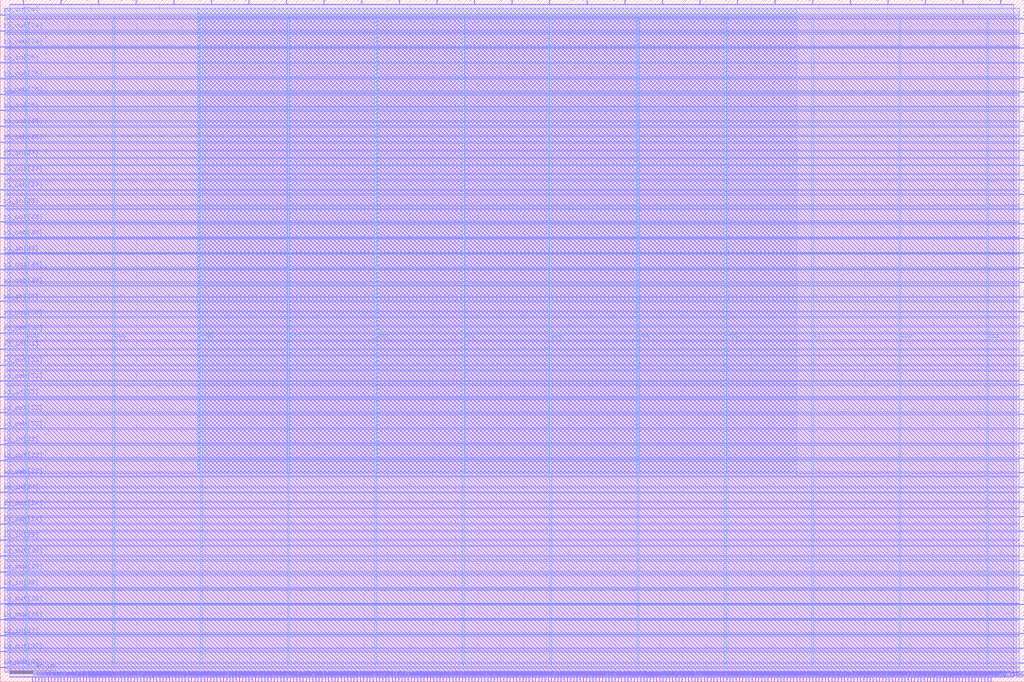
<source format=lef>
VERSION 5.7 ;
  NOWIREEXTENSIONATPIN ON ;
  DIVIDERCHAR "/" ;
  BUSBITCHARS "[]" ;
MACRO user_proj_example
  CLASS BLOCK ;
  FOREIGN user_proj_example ;
  ORIGIN 0.000 0.000 ;
  SIZE 900.000 BY 600.000 ;
  PIN io_in[0]
    DIRECTION INPUT ;
    USE SIGNAL ;
    PORT
      LAYER Metal3 ;
        RECT 896.000 16.240 900.000 16.800 ;
    END
  END io_in[0]
  PIN io_in[10]
    DIRECTION INPUT ;
    USE SIGNAL ;
    PORT
      LAYER Metal3 ;
        RECT 896.000 402.640 900.000 403.200 ;
    END
  END io_in[10]
  PIN io_in[11]
    DIRECTION INPUT ;
    USE SIGNAL ;
    PORT
      LAYER Metal3 ;
        RECT 896.000 441.280 900.000 441.840 ;
    END
  END io_in[11]
  PIN io_in[12]
    DIRECTION INPUT ;
    USE SIGNAL ;
    PORT
      LAYER Metal3 ;
        RECT 896.000 479.920 900.000 480.480 ;
    END
  END io_in[12]
  PIN io_in[13]
    DIRECTION INPUT ;
    USE SIGNAL ;
    PORT
      LAYER Metal3 ;
        RECT 896.000 518.560 900.000 519.120 ;
    END
  END io_in[13]
  PIN io_in[14]
    DIRECTION INPUT ;
    USE SIGNAL ;
    PORT
      LAYER Metal3 ;
        RECT 896.000 557.200 900.000 557.760 ;
    END
  END io_in[14]
  PIN io_in[15]
    DIRECTION INPUT ;
    USE SIGNAL ;
    PORT
      LAYER Metal2 ;
        RECT 879.200 596.000 879.760 600.000 ;
    END
  END io_in[15]
  PIN io_in[16]
    DIRECTION INPUT ;
    USE SIGNAL ;
    PORT
      LAYER Metal2 ;
        RECT 780.080 596.000 780.640 600.000 ;
    END
  END io_in[16]
  PIN io_in[17]
    DIRECTION INPUT ;
    USE SIGNAL ;
    PORT
      LAYER Metal2 ;
        RECT 680.960 596.000 681.520 600.000 ;
    END
  END io_in[17]
  PIN io_in[18]
    DIRECTION INPUT ;
    USE SIGNAL ;
    PORT
      LAYER Metal2 ;
        RECT 581.840 596.000 582.400 600.000 ;
    END
  END io_in[18]
  PIN io_in[19]
    DIRECTION INPUT ;
    USE SIGNAL ;
    PORT
      LAYER Metal2 ;
        RECT 482.720 596.000 483.280 600.000 ;
    END
  END io_in[19]
  PIN io_in[1]
    DIRECTION INPUT ;
    USE SIGNAL ;
    PORT
      LAYER Metal3 ;
        RECT 896.000 54.880 900.000 55.440 ;
    END
  END io_in[1]
  PIN io_in[20]
    DIRECTION INPUT ;
    USE SIGNAL ;
    PORT
      LAYER Metal2 ;
        RECT 383.600 596.000 384.160 600.000 ;
    END
  END io_in[20]
  PIN io_in[21]
    DIRECTION INPUT ;
    USE SIGNAL ;
    PORT
      LAYER Metal2 ;
        RECT 284.480 596.000 285.040 600.000 ;
    END
  END io_in[21]
  PIN io_in[22]
    DIRECTION INPUT ;
    USE SIGNAL ;
    PORT
      LAYER Metal2 ;
        RECT 185.360 596.000 185.920 600.000 ;
    END
  END io_in[22]
  PIN io_in[23]
    DIRECTION INPUT ;
    USE SIGNAL ;
    PORT
      LAYER Metal2 ;
        RECT 86.240 596.000 86.800 600.000 ;
    END
  END io_in[23]
  PIN io_in[24]
    DIRECTION INPUT ;
    USE SIGNAL ;
    PORT
      LAYER Metal3 ;
        RECT 0.000 586.320 4.000 586.880 ;
    END
  END io_in[24]
  PIN io_in[25]
    DIRECTION INPUT ;
    USE SIGNAL ;
    PORT
      LAYER Metal3 ;
        RECT 0.000 544.320 4.000 544.880 ;
    END
  END io_in[25]
  PIN io_in[26]
    DIRECTION INPUT ;
    USE SIGNAL ;
    PORT
      LAYER Metal3 ;
        RECT 0.000 502.320 4.000 502.880 ;
    END
  END io_in[26]
  PIN io_in[27]
    DIRECTION INPUT ;
    USE SIGNAL ;
    PORT
      LAYER Metal3 ;
        RECT 0.000 460.320 4.000 460.880 ;
    END
  END io_in[27]
  PIN io_in[28]
    DIRECTION INPUT ;
    USE SIGNAL ;
    PORT
      LAYER Metal3 ;
        RECT 0.000 418.320 4.000 418.880 ;
    END
  END io_in[28]
  PIN io_in[29]
    DIRECTION INPUT ;
    USE SIGNAL ;
    PORT
      LAYER Metal3 ;
        RECT 0.000 376.320 4.000 376.880 ;
    END
  END io_in[29]
  PIN io_in[2]
    DIRECTION INPUT ;
    USE SIGNAL ;
    PORT
      LAYER Metal3 ;
        RECT 896.000 93.520 900.000 94.080 ;
    END
  END io_in[2]
  PIN io_in[30]
    DIRECTION INPUT ;
    USE SIGNAL ;
    PORT
      LAYER Metal3 ;
        RECT 0.000 334.320 4.000 334.880 ;
    END
  END io_in[30]
  PIN io_in[31]
    DIRECTION INPUT ;
    USE SIGNAL ;
    PORT
      LAYER Metal3 ;
        RECT 0.000 292.320 4.000 292.880 ;
    END
  END io_in[31]
  PIN io_in[32]
    DIRECTION INPUT ;
    USE SIGNAL ;
    PORT
      LAYER Metal3 ;
        RECT 0.000 250.320 4.000 250.880 ;
    END
  END io_in[32]
  PIN io_in[33]
    DIRECTION INPUT ;
    USE SIGNAL ;
    PORT
      LAYER Metal3 ;
        RECT 0.000 208.320 4.000 208.880 ;
    END
  END io_in[33]
  PIN io_in[34]
    DIRECTION INPUT ;
    USE SIGNAL ;
    PORT
      LAYER Metal3 ;
        RECT 0.000 166.320 4.000 166.880 ;
    END
  END io_in[34]
  PIN io_in[35]
    DIRECTION INPUT ;
    USE SIGNAL ;
    PORT
      LAYER Metal3 ;
        RECT 0.000 124.320 4.000 124.880 ;
    END
  END io_in[35]
  PIN io_in[36]
    DIRECTION INPUT ;
    USE SIGNAL ;
    PORT
      LAYER Metal3 ;
        RECT 0.000 82.320 4.000 82.880 ;
    END
  END io_in[36]
  PIN io_in[37]
    DIRECTION INPUT ;
    USE SIGNAL ;
    PORT
      LAYER Metal3 ;
        RECT 0.000 40.320 4.000 40.880 ;
    END
  END io_in[37]
  PIN io_in[3]
    DIRECTION INPUT ;
    USE SIGNAL ;
    PORT
      LAYER Metal3 ;
        RECT 896.000 132.160 900.000 132.720 ;
    END
  END io_in[3]
  PIN io_in[4]
    DIRECTION INPUT ;
    USE SIGNAL ;
    PORT
      LAYER Metal3 ;
        RECT 896.000 170.800 900.000 171.360 ;
    END
  END io_in[4]
  PIN io_in[5]
    DIRECTION INPUT ;
    USE SIGNAL ;
    PORT
      LAYER Metal3 ;
        RECT 896.000 209.440 900.000 210.000 ;
    END
  END io_in[5]
  PIN io_in[6]
    DIRECTION INPUT ;
    USE SIGNAL ;
    PORT
      LAYER Metal3 ;
        RECT 896.000 248.080 900.000 248.640 ;
    END
  END io_in[6]
  PIN io_in[7]
    DIRECTION INPUT ;
    USE SIGNAL ;
    PORT
      LAYER Metal3 ;
        RECT 896.000 286.720 900.000 287.280 ;
    END
  END io_in[7]
  PIN io_in[8]
    DIRECTION INPUT ;
    USE SIGNAL ;
    PORT
      LAYER Metal3 ;
        RECT 896.000 325.360 900.000 325.920 ;
    END
  END io_in[8]
  PIN io_in[9]
    DIRECTION INPUT ;
    USE SIGNAL ;
    PORT
      LAYER Metal3 ;
        RECT 896.000 364.000 900.000 364.560 ;
    END
  END io_in[9]
  PIN io_oeb[0]
    DIRECTION OUTPUT TRISTATE ;
    USE SIGNAL ;
    PORT
      LAYER Metal3 ;
        RECT 896.000 42.000 900.000 42.560 ;
    END
  END io_oeb[0]
  PIN io_oeb[10]
    DIRECTION OUTPUT TRISTATE ;
    USE SIGNAL ;
    PORT
      LAYER Metal3 ;
        RECT 896.000 428.400 900.000 428.960 ;
    END
  END io_oeb[10]
  PIN io_oeb[11]
    DIRECTION OUTPUT TRISTATE ;
    USE SIGNAL ;
    PORT
      LAYER Metal3 ;
        RECT 896.000 467.040 900.000 467.600 ;
    END
  END io_oeb[11]
  PIN io_oeb[12]
    DIRECTION OUTPUT TRISTATE ;
    USE SIGNAL ;
    PORT
      LAYER Metal3 ;
        RECT 896.000 505.680 900.000 506.240 ;
    END
  END io_oeb[12]
  PIN io_oeb[13]
    DIRECTION OUTPUT TRISTATE ;
    USE SIGNAL ;
    PORT
      LAYER Metal3 ;
        RECT 896.000 544.320 900.000 544.880 ;
    END
  END io_oeb[13]
  PIN io_oeb[14]
    DIRECTION OUTPUT TRISTATE ;
    USE SIGNAL ;
    PORT
      LAYER Metal3 ;
        RECT 896.000 582.960 900.000 583.520 ;
    END
  END io_oeb[14]
  PIN io_oeb[15]
    DIRECTION OUTPUT TRISTATE ;
    USE SIGNAL ;
    PORT
      LAYER Metal2 ;
        RECT 813.120 596.000 813.680 600.000 ;
    END
  END io_oeb[15]
  PIN io_oeb[16]
    DIRECTION OUTPUT TRISTATE ;
    USE SIGNAL ;
    PORT
      LAYER Metal2 ;
        RECT 714.000 596.000 714.560 600.000 ;
    END
  END io_oeb[16]
  PIN io_oeb[17]
    DIRECTION OUTPUT TRISTATE ;
    USE SIGNAL ;
    PORT
      LAYER Metal2 ;
        RECT 614.880 596.000 615.440 600.000 ;
    END
  END io_oeb[17]
  PIN io_oeb[18]
    DIRECTION OUTPUT TRISTATE ;
    USE SIGNAL ;
    PORT
      LAYER Metal2 ;
        RECT 515.760 596.000 516.320 600.000 ;
    END
  END io_oeb[18]
  PIN io_oeb[19]
    DIRECTION OUTPUT TRISTATE ;
    USE SIGNAL ;
    PORT
      LAYER Metal2 ;
        RECT 416.640 596.000 417.200 600.000 ;
    END
  END io_oeb[19]
  PIN io_oeb[1]
    DIRECTION OUTPUT TRISTATE ;
    USE SIGNAL ;
    PORT
      LAYER Metal3 ;
        RECT 896.000 80.640 900.000 81.200 ;
    END
  END io_oeb[1]
  PIN io_oeb[20]
    DIRECTION OUTPUT TRISTATE ;
    USE SIGNAL ;
    PORT
      LAYER Metal2 ;
        RECT 317.520 596.000 318.080 600.000 ;
    END
  END io_oeb[20]
  PIN io_oeb[21]
    DIRECTION OUTPUT TRISTATE ;
    USE SIGNAL ;
    PORT
      LAYER Metal2 ;
        RECT 218.400 596.000 218.960 600.000 ;
    END
  END io_oeb[21]
  PIN io_oeb[22]
    DIRECTION OUTPUT TRISTATE ;
    USE SIGNAL ;
    PORT
      LAYER Metal2 ;
        RECT 119.280 596.000 119.840 600.000 ;
    END
  END io_oeb[22]
  PIN io_oeb[23]
    DIRECTION OUTPUT TRISTATE ;
    USE SIGNAL ;
    PORT
      LAYER Metal2 ;
        RECT 20.160 596.000 20.720 600.000 ;
    END
  END io_oeb[23]
  PIN io_oeb[24]
    DIRECTION OUTPUT TRISTATE ;
    USE SIGNAL ;
    PORT
      LAYER Metal3 ;
        RECT 0.000 558.320 4.000 558.880 ;
    END
  END io_oeb[24]
  PIN io_oeb[25]
    DIRECTION OUTPUT TRISTATE ;
    USE SIGNAL ;
    PORT
      LAYER Metal3 ;
        RECT 0.000 516.320 4.000 516.880 ;
    END
  END io_oeb[25]
  PIN io_oeb[26]
    DIRECTION OUTPUT TRISTATE ;
    USE SIGNAL ;
    PORT
      LAYER Metal3 ;
        RECT 0.000 474.320 4.000 474.880 ;
    END
  END io_oeb[26]
  PIN io_oeb[27]
    DIRECTION OUTPUT TRISTATE ;
    USE SIGNAL ;
    PORT
      LAYER Metal3 ;
        RECT 0.000 432.320 4.000 432.880 ;
    END
  END io_oeb[27]
  PIN io_oeb[28]
    DIRECTION OUTPUT TRISTATE ;
    USE SIGNAL ;
    PORT
      LAYER Metal3 ;
        RECT 0.000 390.320 4.000 390.880 ;
    END
  END io_oeb[28]
  PIN io_oeb[29]
    DIRECTION OUTPUT TRISTATE ;
    USE SIGNAL ;
    PORT
      LAYER Metal3 ;
        RECT 0.000 348.320 4.000 348.880 ;
    END
  END io_oeb[29]
  PIN io_oeb[2]
    DIRECTION OUTPUT TRISTATE ;
    USE SIGNAL ;
    PORT
      LAYER Metal3 ;
        RECT 896.000 119.280 900.000 119.840 ;
    END
  END io_oeb[2]
  PIN io_oeb[30]
    DIRECTION OUTPUT TRISTATE ;
    USE SIGNAL ;
    PORT
      LAYER Metal3 ;
        RECT 0.000 306.320 4.000 306.880 ;
    END
  END io_oeb[30]
  PIN io_oeb[31]
    DIRECTION OUTPUT TRISTATE ;
    USE SIGNAL ;
    PORT
      LAYER Metal3 ;
        RECT 0.000 264.320 4.000 264.880 ;
    END
  END io_oeb[31]
  PIN io_oeb[32]
    DIRECTION OUTPUT TRISTATE ;
    USE SIGNAL ;
    PORT
      LAYER Metal3 ;
        RECT 0.000 222.320 4.000 222.880 ;
    END
  END io_oeb[32]
  PIN io_oeb[33]
    DIRECTION OUTPUT TRISTATE ;
    USE SIGNAL ;
    PORT
      LAYER Metal3 ;
        RECT 0.000 180.320 4.000 180.880 ;
    END
  END io_oeb[33]
  PIN io_oeb[34]
    DIRECTION OUTPUT TRISTATE ;
    USE SIGNAL ;
    PORT
      LAYER Metal3 ;
        RECT 0.000 138.320 4.000 138.880 ;
    END
  END io_oeb[34]
  PIN io_oeb[35]
    DIRECTION OUTPUT TRISTATE ;
    USE SIGNAL ;
    PORT
      LAYER Metal3 ;
        RECT 0.000 96.320 4.000 96.880 ;
    END
  END io_oeb[35]
  PIN io_oeb[36]
    DIRECTION OUTPUT TRISTATE ;
    USE SIGNAL ;
    PORT
      LAYER Metal3 ;
        RECT 0.000 54.320 4.000 54.880 ;
    END
  END io_oeb[36]
  PIN io_oeb[37]
    DIRECTION OUTPUT TRISTATE ;
    USE SIGNAL ;
    PORT
      LAYER Metal3 ;
        RECT 0.000 12.320 4.000 12.880 ;
    END
  END io_oeb[37]
  PIN io_oeb[3]
    DIRECTION OUTPUT TRISTATE ;
    USE SIGNAL ;
    PORT
      LAYER Metal3 ;
        RECT 896.000 157.920 900.000 158.480 ;
    END
  END io_oeb[3]
  PIN io_oeb[4]
    DIRECTION OUTPUT TRISTATE ;
    USE SIGNAL ;
    PORT
      LAYER Metal3 ;
        RECT 896.000 196.560 900.000 197.120 ;
    END
  END io_oeb[4]
  PIN io_oeb[5]
    DIRECTION OUTPUT TRISTATE ;
    USE SIGNAL ;
    PORT
      LAYER Metal3 ;
        RECT 896.000 235.200 900.000 235.760 ;
    END
  END io_oeb[5]
  PIN io_oeb[6]
    DIRECTION OUTPUT TRISTATE ;
    USE SIGNAL ;
    PORT
      LAYER Metal3 ;
        RECT 896.000 273.840 900.000 274.400 ;
    END
  END io_oeb[6]
  PIN io_oeb[7]
    DIRECTION OUTPUT TRISTATE ;
    USE SIGNAL ;
    PORT
      LAYER Metal3 ;
        RECT 896.000 312.480 900.000 313.040 ;
    END
  END io_oeb[7]
  PIN io_oeb[8]
    DIRECTION OUTPUT TRISTATE ;
    USE SIGNAL ;
    PORT
      LAYER Metal3 ;
        RECT 896.000 351.120 900.000 351.680 ;
    END
  END io_oeb[8]
  PIN io_oeb[9]
    DIRECTION OUTPUT TRISTATE ;
    USE SIGNAL ;
    PORT
      LAYER Metal3 ;
        RECT 896.000 389.760 900.000 390.320 ;
    END
  END io_oeb[9]
  PIN io_out[0]
    DIRECTION OUTPUT TRISTATE ;
    USE SIGNAL ;
    PORT
      LAYER Metal3 ;
        RECT 896.000 29.120 900.000 29.680 ;
    END
  END io_out[0]
  PIN io_out[10]
    DIRECTION OUTPUT TRISTATE ;
    USE SIGNAL ;
    PORT
      LAYER Metal3 ;
        RECT 896.000 415.520 900.000 416.080 ;
    END
  END io_out[10]
  PIN io_out[11]
    DIRECTION OUTPUT TRISTATE ;
    USE SIGNAL ;
    PORT
      LAYER Metal3 ;
        RECT 896.000 454.160 900.000 454.720 ;
    END
  END io_out[11]
  PIN io_out[12]
    DIRECTION OUTPUT TRISTATE ;
    USE SIGNAL ;
    PORT
      LAYER Metal3 ;
        RECT 896.000 492.800 900.000 493.360 ;
    END
  END io_out[12]
  PIN io_out[13]
    DIRECTION OUTPUT TRISTATE ;
    USE SIGNAL ;
    PORT
      LAYER Metal3 ;
        RECT 896.000 531.440 900.000 532.000 ;
    END
  END io_out[13]
  PIN io_out[14]
    DIRECTION OUTPUT TRISTATE ;
    USE SIGNAL ;
    PORT
      LAYER Metal3 ;
        RECT 896.000 570.080 900.000 570.640 ;
    END
  END io_out[14]
  PIN io_out[15]
    DIRECTION OUTPUT TRISTATE ;
    USE SIGNAL ;
    PORT
      LAYER Metal2 ;
        RECT 846.160 596.000 846.720 600.000 ;
    END
  END io_out[15]
  PIN io_out[16]
    DIRECTION OUTPUT TRISTATE ;
    USE SIGNAL ;
    PORT
      LAYER Metal2 ;
        RECT 747.040 596.000 747.600 600.000 ;
    END
  END io_out[16]
  PIN io_out[17]
    DIRECTION OUTPUT TRISTATE ;
    USE SIGNAL ;
    PORT
      LAYER Metal2 ;
        RECT 647.920 596.000 648.480 600.000 ;
    END
  END io_out[17]
  PIN io_out[18]
    DIRECTION OUTPUT TRISTATE ;
    USE SIGNAL ;
    PORT
      LAYER Metal2 ;
        RECT 548.800 596.000 549.360 600.000 ;
    END
  END io_out[18]
  PIN io_out[19]
    DIRECTION OUTPUT TRISTATE ;
    USE SIGNAL ;
    PORT
      LAYER Metal2 ;
        RECT 449.680 596.000 450.240 600.000 ;
    END
  END io_out[19]
  PIN io_out[1]
    DIRECTION OUTPUT TRISTATE ;
    USE SIGNAL ;
    PORT
      LAYER Metal3 ;
        RECT 896.000 67.760 900.000 68.320 ;
    END
  END io_out[1]
  PIN io_out[20]
    DIRECTION OUTPUT TRISTATE ;
    USE SIGNAL ;
    PORT
      LAYER Metal2 ;
        RECT 350.560 596.000 351.120 600.000 ;
    END
  END io_out[20]
  PIN io_out[21]
    DIRECTION OUTPUT TRISTATE ;
    USE SIGNAL ;
    PORT
      LAYER Metal2 ;
        RECT 251.440 596.000 252.000 600.000 ;
    END
  END io_out[21]
  PIN io_out[22]
    DIRECTION OUTPUT TRISTATE ;
    USE SIGNAL ;
    PORT
      LAYER Metal2 ;
        RECT 152.320 596.000 152.880 600.000 ;
    END
  END io_out[22]
  PIN io_out[23]
    DIRECTION OUTPUT TRISTATE ;
    USE SIGNAL ;
    PORT
      LAYER Metal2 ;
        RECT 53.200 596.000 53.760 600.000 ;
    END
  END io_out[23]
  PIN io_out[24]
    DIRECTION OUTPUT TRISTATE ;
    USE SIGNAL ;
    PORT
      LAYER Metal3 ;
        RECT 0.000 572.320 4.000 572.880 ;
    END
  END io_out[24]
  PIN io_out[25]
    DIRECTION OUTPUT TRISTATE ;
    USE SIGNAL ;
    PORT
      LAYER Metal3 ;
        RECT 0.000 530.320 4.000 530.880 ;
    END
  END io_out[25]
  PIN io_out[26]
    DIRECTION OUTPUT TRISTATE ;
    USE SIGNAL ;
    PORT
      LAYER Metal3 ;
        RECT 0.000 488.320 4.000 488.880 ;
    END
  END io_out[26]
  PIN io_out[27]
    DIRECTION OUTPUT TRISTATE ;
    USE SIGNAL ;
    PORT
      LAYER Metal3 ;
        RECT 0.000 446.320 4.000 446.880 ;
    END
  END io_out[27]
  PIN io_out[28]
    DIRECTION OUTPUT TRISTATE ;
    USE SIGNAL ;
    PORT
      LAYER Metal3 ;
        RECT 0.000 404.320 4.000 404.880 ;
    END
  END io_out[28]
  PIN io_out[29]
    DIRECTION OUTPUT TRISTATE ;
    USE SIGNAL ;
    PORT
      LAYER Metal3 ;
        RECT 0.000 362.320 4.000 362.880 ;
    END
  END io_out[29]
  PIN io_out[2]
    DIRECTION OUTPUT TRISTATE ;
    USE SIGNAL ;
    PORT
      LAYER Metal3 ;
        RECT 896.000 106.400 900.000 106.960 ;
    END
  END io_out[2]
  PIN io_out[30]
    DIRECTION OUTPUT TRISTATE ;
    USE SIGNAL ;
    PORT
      LAYER Metal3 ;
        RECT 0.000 320.320 4.000 320.880 ;
    END
  END io_out[30]
  PIN io_out[31]
    DIRECTION OUTPUT TRISTATE ;
    USE SIGNAL ;
    PORT
      LAYER Metal3 ;
        RECT 0.000 278.320 4.000 278.880 ;
    END
  END io_out[31]
  PIN io_out[32]
    DIRECTION OUTPUT TRISTATE ;
    USE SIGNAL ;
    PORT
      LAYER Metal3 ;
        RECT 0.000 236.320 4.000 236.880 ;
    END
  END io_out[32]
  PIN io_out[33]
    DIRECTION OUTPUT TRISTATE ;
    USE SIGNAL ;
    PORT
      LAYER Metal3 ;
        RECT 0.000 194.320 4.000 194.880 ;
    END
  END io_out[33]
  PIN io_out[34]
    DIRECTION OUTPUT TRISTATE ;
    USE SIGNAL ;
    PORT
      LAYER Metal3 ;
        RECT 0.000 152.320 4.000 152.880 ;
    END
  END io_out[34]
  PIN io_out[35]
    DIRECTION OUTPUT TRISTATE ;
    USE SIGNAL ;
    PORT
      LAYER Metal3 ;
        RECT 0.000 110.320 4.000 110.880 ;
    END
  END io_out[35]
  PIN io_out[36]
    DIRECTION OUTPUT TRISTATE ;
    USE SIGNAL ;
    PORT
      LAYER Metal3 ;
        RECT 0.000 68.320 4.000 68.880 ;
    END
  END io_out[36]
  PIN io_out[37]
    DIRECTION OUTPUT TRISTATE ;
    USE SIGNAL ;
    PORT
      LAYER Metal3 ;
        RECT 0.000 26.320 4.000 26.880 ;
    END
  END io_out[37]
  PIN io_out[3]
    DIRECTION OUTPUT TRISTATE ;
    USE SIGNAL ;
    PORT
      LAYER Metal3 ;
        RECT 896.000 145.040 900.000 145.600 ;
    END
  END io_out[3]
  PIN io_out[4]
    DIRECTION OUTPUT TRISTATE ;
    USE SIGNAL ;
    PORT
      LAYER Metal3 ;
        RECT 896.000 183.680 900.000 184.240 ;
    END
  END io_out[4]
  PIN io_out[5]
    DIRECTION OUTPUT TRISTATE ;
    USE SIGNAL ;
    PORT
      LAYER Metal3 ;
        RECT 896.000 222.320 900.000 222.880 ;
    END
  END io_out[5]
  PIN io_out[6]
    DIRECTION OUTPUT TRISTATE ;
    USE SIGNAL ;
    PORT
      LAYER Metal3 ;
        RECT 896.000 260.960 900.000 261.520 ;
    END
  END io_out[6]
  PIN io_out[7]
    DIRECTION OUTPUT TRISTATE ;
    USE SIGNAL ;
    PORT
      LAYER Metal3 ;
        RECT 896.000 299.600 900.000 300.160 ;
    END
  END io_out[7]
  PIN io_out[8]
    DIRECTION OUTPUT TRISTATE ;
    USE SIGNAL ;
    PORT
      LAYER Metal3 ;
        RECT 896.000 338.240 900.000 338.800 ;
    END
  END io_out[8]
  PIN io_out[9]
    DIRECTION OUTPUT TRISTATE ;
    USE SIGNAL ;
    PORT
      LAYER Metal3 ;
        RECT 896.000 376.880 900.000 377.440 ;
    END
  END io_out[9]
  PIN la_data_in[0]
    DIRECTION INPUT ;
    USE SIGNAL ;
    PORT
      LAYER Metal2 ;
        RECT 324.800 0.000 325.360 4.000 ;
    END
  END la_data_in[0]
  PIN la_data_in[10]
    DIRECTION INPUT ;
    USE SIGNAL ;
    PORT
      LAYER Metal2 ;
        RECT 352.800 0.000 353.360 4.000 ;
    END
  END la_data_in[10]
  PIN la_data_in[11]
    DIRECTION INPUT ;
    USE SIGNAL ;
    PORT
      LAYER Metal2 ;
        RECT 355.600 0.000 356.160 4.000 ;
    END
  END la_data_in[11]
  PIN la_data_in[12]
    DIRECTION INPUT ;
    USE SIGNAL ;
    PORT
      LAYER Metal2 ;
        RECT 358.400 0.000 358.960 4.000 ;
    END
  END la_data_in[12]
  PIN la_data_in[13]
    DIRECTION INPUT ;
    USE SIGNAL ;
    PORT
      LAYER Metal2 ;
        RECT 361.200 0.000 361.760 4.000 ;
    END
  END la_data_in[13]
  PIN la_data_in[14]
    DIRECTION INPUT ;
    USE SIGNAL ;
    PORT
      LAYER Metal2 ;
        RECT 364.000 0.000 364.560 4.000 ;
    END
  END la_data_in[14]
  PIN la_data_in[15]
    DIRECTION INPUT ;
    USE SIGNAL ;
    PORT
      LAYER Metal2 ;
        RECT 366.800 0.000 367.360 4.000 ;
    END
  END la_data_in[15]
  PIN la_data_in[16]
    DIRECTION INPUT ;
    USE SIGNAL ;
    PORT
      LAYER Metal2 ;
        RECT 369.600 0.000 370.160 4.000 ;
    END
  END la_data_in[16]
  PIN la_data_in[17]
    DIRECTION INPUT ;
    USE SIGNAL ;
    PORT
      LAYER Metal2 ;
        RECT 372.400 0.000 372.960 4.000 ;
    END
  END la_data_in[17]
  PIN la_data_in[18]
    DIRECTION INPUT ;
    USE SIGNAL ;
    PORT
      LAYER Metal2 ;
        RECT 375.200 0.000 375.760 4.000 ;
    END
  END la_data_in[18]
  PIN la_data_in[19]
    DIRECTION INPUT ;
    USE SIGNAL ;
    PORT
      LAYER Metal2 ;
        RECT 378.000 0.000 378.560 4.000 ;
    END
  END la_data_in[19]
  PIN la_data_in[1]
    DIRECTION INPUT ;
    USE SIGNAL ;
    PORT
      LAYER Metal2 ;
        RECT 327.600 0.000 328.160 4.000 ;
    END
  END la_data_in[1]
  PIN la_data_in[20]
    DIRECTION INPUT ;
    USE SIGNAL ;
    PORT
      LAYER Metal2 ;
        RECT 380.800 0.000 381.360 4.000 ;
    END
  END la_data_in[20]
  PIN la_data_in[21]
    DIRECTION INPUT ;
    USE SIGNAL ;
    PORT
      LAYER Metal2 ;
        RECT 383.600 0.000 384.160 4.000 ;
    END
  END la_data_in[21]
  PIN la_data_in[22]
    DIRECTION INPUT ;
    USE SIGNAL ;
    PORT
      LAYER Metal2 ;
        RECT 386.400 0.000 386.960 4.000 ;
    END
  END la_data_in[22]
  PIN la_data_in[23]
    DIRECTION INPUT ;
    USE SIGNAL ;
    PORT
      LAYER Metal2 ;
        RECT 389.200 0.000 389.760 4.000 ;
    END
  END la_data_in[23]
  PIN la_data_in[24]
    DIRECTION INPUT ;
    USE SIGNAL ;
    PORT
      LAYER Metal2 ;
        RECT 392.000 0.000 392.560 4.000 ;
    END
  END la_data_in[24]
  PIN la_data_in[25]
    DIRECTION INPUT ;
    USE SIGNAL ;
    PORT
      LAYER Metal2 ;
        RECT 394.800 0.000 395.360 4.000 ;
    END
  END la_data_in[25]
  PIN la_data_in[26]
    DIRECTION INPUT ;
    USE SIGNAL ;
    PORT
      LAYER Metal2 ;
        RECT 397.600 0.000 398.160 4.000 ;
    END
  END la_data_in[26]
  PIN la_data_in[27]
    DIRECTION INPUT ;
    USE SIGNAL ;
    PORT
      LAYER Metal2 ;
        RECT 400.400 0.000 400.960 4.000 ;
    END
  END la_data_in[27]
  PIN la_data_in[28]
    DIRECTION INPUT ;
    USE SIGNAL ;
    PORT
      LAYER Metal2 ;
        RECT 403.200 0.000 403.760 4.000 ;
    END
  END la_data_in[28]
  PIN la_data_in[29]
    DIRECTION INPUT ;
    USE SIGNAL ;
    PORT
      LAYER Metal2 ;
        RECT 406.000 0.000 406.560 4.000 ;
    END
  END la_data_in[29]
  PIN la_data_in[2]
    DIRECTION INPUT ;
    USE SIGNAL ;
    PORT
      LAYER Metal2 ;
        RECT 330.400 0.000 330.960 4.000 ;
    END
  END la_data_in[2]
  PIN la_data_in[30]
    DIRECTION INPUT ;
    USE SIGNAL ;
    PORT
      LAYER Metal2 ;
        RECT 408.800 0.000 409.360 4.000 ;
    END
  END la_data_in[30]
  PIN la_data_in[31]
    DIRECTION INPUT ;
    USE SIGNAL ;
    PORT
      LAYER Metal2 ;
        RECT 411.600 0.000 412.160 4.000 ;
    END
  END la_data_in[31]
  PIN la_data_in[32]
    DIRECTION INPUT ;
    USE SIGNAL ;
    PORT
      LAYER Metal2 ;
        RECT 414.400 0.000 414.960 4.000 ;
    END
  END la_data_in[32]
  PIN la_data_in[33]
    DIRECTION INPUT ;
    USE SIGNAL ;
    PORT
      LAYER Metal2 ;
        RECT 417.200 0.000 417.760 4.000 ;
    END
  END la_data_in[33]
  PIN la_data_in[34]
    DIRECTION INPUT ;
    USE SIGNAL ;
    PORT
      LAYER Metal2 ;
        RECT 420.000 0.000 420.560 4.000 ;
    END
  END la_data_in[34]
  PIN la_data_in[35]
    DIRECTION INPUT ;
    USE SIGNAL ;
    PORT
      LAYER Metal2 ;
        RECT 422.800 0.000 423.360 4.000 ;
    END
  END la_data_in[35]
  PIN la_data_in[36]
    DIRECTION INPUT ;
    USE SIGNAL ;
    PORT
      LAYER Metal2 ;
        RECT 425.600 0.000 426.160 4.000 ;
    END
  END la_data_in[36]
  PIN la_data_in[37]
    DIRECTION INPUT ;
    USE SIGNAL ;
    PORT
      LAYER Metal2 ;
        RECT 428.400 0.000 428.960 4.000 ;
    END
  END la_data_in[37]
  PIN la_data_in[38]
    DIRECTION INPUT ;
    USE SIGNAL ;
    PORT
      LAYER Metal2 ;
        RECT 431.200 0.000 431.760 4.000 ;
    END
  END la_data_in[38]
  PIN la_data_in[39]
    DIRECTION INPUT ;
    USE SIGNAL ;
    PORT
      LAYER Metal2 ;
        RECT 434.000 0.000 434.560 4.000 ;
    END
  END la_data_in[39]
  PIN la_data_in[3]
    DIRECTION INPUT ;
    USE SIGNAL ;
    PORT
      LAYER Metal2 ;
        RECT 333.200 0.000 333.760 4.000 ;
    END
  END la_data_in[3]
  PIN la_data_in[40]
    DIRECTION INPUT ;
    USE SIGNAL ;
    PORT
      LAYER Metal2 ;
        RECT 436.800 0.000 437.360 4.000 ;
    END
  END la_data_in[40]
  PIN la_data_in[41]
    DIRECTION INPUT ;
    USE SIGNAL ;
    PORT
      LAYER Metal2 ;
        RECT 439.600 0.000 440.160 4.000 ;
    END
  END la_data_in[41]
  PIN la_data_in[42]
    DIRECTION INPUT ;
    USE SIGNAL ;
    PORT
      LAYER Metal2 ;
        RECT 442.400 0.000 442.960 4.000 ;
    END
  END la_data_in[42]
  PIN la_data_in[43]
    DIRECTION INPUT ;
    USE SIGNAL ;
    PORT
      LAYER Metal2 ;
        RECT 445.200 0.000 445.760 4.000 ;
    END
  END la_data_in[43]
  PIN la_data_in[44]
    DIRECTION INPUT ;
    USE SIGNAL ;
    PORT
      LAYER Metal2 ;
        RECT 448.000 0.000 448.560 4.000 ;
    END
  END la_data_in[44]
  PIN la_data_in[45]
    DIRECTION INPUT ;
    USE SIGNAL ;
    PORT
      LAYER Metal2 ;
        RECT 450.800 0.000 451.360 4.000 ;
    END
  END la_data_in[45]
  PIN la_data_in[46]
    DIRECTION INPUT ;
    USE SIGNAL ;
    PORT
      LAYER Metal2 ;
        RECT 453.600 0.000 454.160 4.000 ;
    END
  END la_data_in[46]
  PIN la_data_in[47]
    DIRECTION INPUT ;
    USE SIGNAL ;
    PORT
      LAYER Metal2 ;
        RECT 456.400 0.000 456.960 4.000 ;
    END
  END la_data_in[47]
  PIN la_data_in[48]
    DIRECTION INPUT ;
    USE SIGNAL ;
    PORT
      LAYER Metal2 ;
        RECT 459.200 0.000 459.760 4.000 ;
    END
  END la_data_in[48]
  PIN la_data_in[49]
    DIRECTION INPUT ;
    USE SIGNAL ;
    PORT
      LAYER Metal2 ;
        RECT 462.000 0.000 462.560 4.000 ;
    END
  END la_data_in[49]
  PIN la_data_in[4]
    DIRECTION INPUT ;
    USE SIGNAL ;
    PORT
      LAYER Metal2 ;
        RECT 336.000 0.000 336.560 4.000 ;
    END
  END la_data_in[4]
  PIN la_data_in[50]
    DIRECTION INPUT ;
    USE SIGNAL ;
    PORT
      LAYER Metal2 ;
        RECT 464.800 0.000 465.360 4.000 ;
    END
  END la_data_in[50]
  PIN la_data_in[51]
    DIRECTION INPUT ;
    USE SIGNAL ;
    PORT
      LAYER Metal2 ;
        RECT 467.600 0.000 468.160 4.000 ;
    END
  END la_data_in[51]
  PIN la_data_in[52]
    DIRECTION INPUT ;
    USE SIGNAL ;
    PORT
      LAYER Metal2 ;
        RECT 470.400 0.000 470.960 4.000 ;
    END
  END la_data_in[52]
  PIN la_data_in[53]
    DIRECTION INPUT ;
    USE SIGNAL ;
    PORT
      LAYER Metal2 ;
        RECT 473.200 0.000 473.760 4.000 ;
    END
  END la_data_in[53]
  PIN la_data_in[54]
    DIRECTION INPUT ;
    USE SIGNAL ;
    PORT
      LAYER Metal2 ;
        RECT 476.000 0.000 476.560 4.000 ;
    END
  END la_data_in[54]
  PIN la_data_in[55]
    DIRECTION INPUT ;
    USE SIGNAL ;
    PORT
      LAYER Metal2 ;
        RECT 478.800 0.000 479.360 4.000 ;
    END
  END la_data_in[55]
  PIN la_data_in[56]
    DIRECTION INPUT ;
    USE SIGNAL ;
    PORT
      LAYER Metal2 ;
        RECT 481.600 0.000 482.160 4.000 ;
    END
  END la_data_in[56]
  PIN la_data_in[57]
    DIRECTION INPUT ;
    USE SIGNAL ;
    PORT
      LAYER Metal2 ;
        RECT 484.400 0.000 484.960 4.000 ;
    END
  END la_data_in[57]
  PIN la_data_in[58]
    DIRECTION INPUT ;
    USE SIGNAL ;
    PORT
      LAYER Metal2 ;
        RECT 487.200 0.000 487.760 4.000 ;
    END
  END la_data_in[58]
  PIN la_data_in[59]
    DIRECTION INPUT ;
    USE SIGNAL ;
    PORT
      LAYER Metal2 ;
        RECT 490.000 0.000 490.560 4.000 ;
    END
  END la_data_in[59]
  PIN la_data_in[5]
    DIRECTION INPUT ;
    USE SIGNAL ;
    PORT
      LAYER Metal2 ;
        RECT 338.800 0.000 339.360 4.000 ;
    END
  END la_data_in[5]
  PIN la_data_in[60]
    DIRECTION INPUT ;
    USE SIGNAL ;
    PORT
      LAYER Metal2 ;
        RECT 492.800 0.000 493.360 4.000 ;
    END
  END la_data_in[60]
  PIN la_data_in[61]
    DIRECTION INPUT ;
    USE SIGNAL ;
    PORT
      LAYER Metal2 ;
        RECT 495.600 0.000 496.160 4.000 ;
    END
  END la_data_in[61]
  PIN la_data_in[62]
    DIRECTION INPUT ;
    USE SIGNAL ;
    PORT
      LAYER Metal2 ;
        RECT 498.400 0.000 498.960 4.000 ;
    END
  END la_data_in[62]
  PIN la_data_in[63]
    DIRECTION INPUT ;
    USE SIGNAL ;
    PORT
      LAYER Metal2 ;
        RECT 501.200 0.000 501.760 4.000 ;
    END
  END la_data_in[63]
  PIN la_data_in[6]
    DIRECTION INPUT ;
    USE SIGNAL ;
    PORT
      LAYER Metal2 ;
        RECT 341.600 0.000 342.160 4.000 ;
    END
  END la_data_in[6]
  PIN la_data_in[7]
    DIRECTION INPUT ;
    USE SIGNAL ;
    PORT
      LAYER Metal2 ;
        RECT 344.400 0.000 344.960 4.000 ;
    END
  END la_data_in[7]
  PIN la_data_in[8]
    DIRECTION INPUT ;
    USE SIGNAL ;
    PORT
      LAYER Metal2 ;
        RECT 347.200 0.000 347.760 4.000 ;
    END
  END la_data_in[8]
  PIN la_data_in[9]
    DIRECTION INPUT ;
    USE SIGNAL ;
    PORT
      LAYER Metal2 ;
        RECT 350.000 0.000 350.560 4.000 ;
    END
  END la_data_in[9]
  PIN la_data_out[0]
    DIRECTION OUTPUT TRISTATE ;
    USE SIGNAL ;
    PORT
      LAYER Metal2 ;
        RECT 504.000 0.000 504.560 4.000 ;
    END
  END la_data_out[0]
  PIN la_data_out[10]
    DIRECTION OUTPUT TRISTATE ;
    USE SIGNAL ;
    PORT
      LAYER Metal2 ;
        RECT 532.000 0.000 532.560 4.000 ;
    END
  END la_data_out[10]
  PIN la_data_out[11]
    DIRECTION OUTPUT TRISTATE ;
    USE SIGNAL ;
    PORT
      LAYER Metal2 ;
        RECT 534.800 0.000 535.360 4.000 ;
    END
  END la_data_out[11]
  PIN la_data_out[12]
    DIRECTION OUTPUT TRISTATE ;
    USE SIGNAL ;
    PORT
      LAYER Metal2 ;
        RECT 537.600 0.000 538.160 4.000 ;
    END
  END la_data_out[12]
  PIN la_data_out[13]
    DIRECTION OUTPUT TRISTATE ;
    USE SIGNAL ;
    PORT
      LAYER Metal2 ;
        RECT 540.400 0.000 540.960 4.000 ;
    END
  END la_data_out[13]
  PIN la_data_out[14]
    DIRECTION OUTPUT TRISTATE ;
    USE SIGNAL ;
    PORT
      LAYER Metal2 ;
        RECT 543.200 0.000 543.760 4.000 ;
    END
  END la_data_out[14]
  PIN la_data_out[15]
    DIRECTION OUTPUT TRISTATE ;
    USE SIGNAL ;
    PORT
      LAYER Metal2 ;
        RECT 546.000 0.000 546.560 4.000 ;
    END
  END la_data_out[15]
  PIN la_data_out[16]
    DIRECTION OUTPUT TRISTATE ;
    USE SIGNAL ;
    PORT
      LAYER Metal2 ;
        RECT 548.800 0.000 549.360 4.000 ;
    END
  END la_data_out[16]
  PIN la_data_out[17]
    DIRECTION OUTPUT TRISTATE ;
    USE SIGNAL ;
    PORT
      LAYER Metal2 ;
        RECT 551.600 0.000 552.160 4.000 ;
    END
  END la_data_out[17]
  PIN la_data_out[18]
    DIRECTION OUTPUT TRISTATE ;
    USE SIGNAL ;
    PORT
      LAYER Metal2 ;
        RECT 554.400 0.000 554.960 4.000 ;
    END
  END la_data_out[18]
  PIN la_data_out[19]
    DIRECTION OUTPUT TRISTATE ;
    USE SIGNAL ;
    PORT
      LAYER Metal2 ;
        RECT 557.200 0.000 557.760 4.000 ;
    END
  END la_data_out[19]
  PIN la_data_out[1]
    DIRECTION OUTPUT TRISTATE ;
    USE SIGNAL ;
    PORT
      LAYER Metal2 ;
        RECT 506.800 0.000 507.360 4.000 ;
    END
  END la_data_out[1]
  PIN la_data_out[20]
    DIRECTION OUTPUT TRISTATE ;
    USE SIGNAL ;
    PORT
      LAYER Metal2 ;
        RECT 560.000 0.000 560.560 4.000 ;
    END
  END la_data_out[20]
  PIN la_data_out[21]
    DIRECTION OUTPUT TRISTATE ;
    USE SIGNAL ;
    PORT
      LAYER Metal2 ;
        RECT 562.800 0.000 563.360 4.000 ;
    END
  END la_data_out[21]
  PIN la_data_out[22]
    DIRECTION OUTPUT TRISTATE ;
    USE SIGNAL ;
    PORT
      LAYER Metal2 ;
        RECT 565.600 0.000 566.160 4.000 ;
    END
  END la_data_out[22]
  PIN la_data_out[23]
    DIRECTION OUTPUT TRISTATE ;
    USE SIGNAL ;
    PORT
      LAYER Metal2 ;
        RECT 568.400 0.000 568.960 4.000 ;
    END
  END la_data_out[23]
  PIN la_data_out[24]
    DIRECTION OUTPUT TRISTATE ;
    USE SIGNAL ;
    PORT
      LAYER Metal2 ;
        RECT 571.200 0.000 571.760 4.000 ;
    END
  END la_data_out[24]
  PIN la_data_out[25]
    DIRECTION OUTPUT TRISTATE ;
    USE SIGNAL ;
    PORT
      LAYER Metal2 ;
        RECT 574.000 0.000 574.560 4.000 ;
    END
  END la_data_out[25]
  PIN la_data_out[26]
    DIRECTION OUTPUT TRISTATE ;
    USE SIGNAL ;
    PORT
      LAYER Metal2 ;
        RECT 576.800 0.000 577.360 4.000 ;
    END
  END la_data_out[26]
  PIN la_data_out[27]
    DIRECTION OUTPUT TRISTATE ;
    USE SIGNAL ;
    PORT
      LAYER Metal2 ;
        RECT 579.600 0.000 580.160 4.000 ;
    END
  END la_data_out[27]
  PIN la_data_out[28]
    DIRECTION OUTPUT TRISTATE ;
    USE SIGNAL ;
    PORT
      LAYER Metal2 ;
        RECT 582.400 0.000 582.960 4.000 ;
    END
  END la_data_out[28]
  PIN la_data_out[29]
    DIRECTION OUTPUT TRISTATE ;
    USE SIGNAL ;
    PORT
      LAYER Metal2 ;
        RECT 585.200 0.000 585.760 4.000 ;
    END
  END la_data_out[29]
  PIN la_data_out[2]
    DIRECTION OUTPUT TRISTATE ;
    USE SIGNAL ;
    PORT
      LAYER Metal2 ;
        RECT 509.600 0.000 510.160 4.000 ;
    END
  END la_data_out[2]
  PIN la_data_out[30]
    DIRECTION OUTPUT TRISTATE ;
    USE SIGNAL ;
    PORT
      LAYER Metal2 ;
        RECT 588.000 0.000 588.560 4.000 ;
    END
  END la_data_out[30]
  PIN la_data_out[31]
    DIRECTION OUTPUT TRISTATE ;
    USE SIGNAL ;
    PORT
      LAYER Metal2 ;
        RECT 590.800 0.000 591.360 4.000 ;
    END
  END la_data_out[31]
  PIN la_data_out[32]
    DIRECTION OUTPUT TRISTATE ;
    USE SIGNAL ;
    PORT
      LAYER Metal2 ;
        RECT 593.600 0.000 594.160 4.000 ;
    END
  END la_data_out[32]
  PIN la_data_out[33]
    DIRECTION OUTPUT TRISTATE ;
    USE SIGNAL ;
    PORT
      LAYER Metal2 ;
        RECT 596.400 0.000 596.960 4.000 ;
    END
  END la_data_out[33]
  PIN la_data_out[34]
    DIRECTION OUTPUT TRISTATE ;
    USE SIGNAL ;
    PORT
      LAYER Metal2 ;
        RECT 599.200 0.000 599.760 4.000 ;
    END
  END la_data_out[34]
  PIN la_data_out[35]
    DIRECTION OUTPUT TRISTATE ;
    USE SIGNAL ;
    PORT
      LAYER Metal2 ;
        RECT 602.000 0.000 602.560 4.000 ;
    END
  END la_data_out[35]
  PIN la_data_out[36]
    DIRECTION OUTPUT TRISTATE ;
    USE SIGNAL ;
    PORT
      LAYER Metal2 ;
        RECT 604.800 0.000 605.360 4.000 ;
    END
  END la_data_out[36]
  PIN la_data_out[37]
    DIRECTION OUTPUT TRISTATE ;
    USE SIGNAL ;
    PORT
      LAYER Metal2 ;
        RECT 607.600 0.000 608.160 4.000 ;
    END
  END la_data_out[37]
  PIN la_data_out[38]
    DIRECTION OUTPUT TRISTATE ;
    USE SIGNAL ;
    PORT
      LAYER Metal2 ;
        RECT 610.400 0.000 610.960 4.000 ;
    END
  END la_data_out[38]
  PIN la_data_out[39]
    DIRECTION OUTPUT TRISTATE ;
    USE SIGNAL ;
    PORT
      LAYER Metal2 ;
        RECT 613.200 0.000 613.760 4.000 ;
    END
  END la_data_out[39]
  PIN la_data_out[3]
    DIRECTION OUTPUT TRISTATE ;
    USE SIGNAL ;
    PORT
      LAYER Metal2 ;
        RECT 512.400 0.000 512.960 4.000 ;
    END
  END la_data_out[3]
  PIN la_data_out[40]
    DIRECTION OUTPUT TRISTATE ;
    USE SIGNAL ;
    PORT
      LAYER Metal2 ;
        RECT 616.000 0.000 616.560 4.000 ;
    END
  END la_data_out[40]
  PIN la_data_out[41]
    DIRECTION OUTPUT TRISTATE ;
    USE SIGNAL ;
    PORT
      LAYER Metal2 ;
        RECT 618.800 0.000 619.360 4.000 ;
    END
  END la_data_out[41]
  PIN la_data_out[42]
    DIRECTION OUTPUT TRISTATE ;
    USE SIGNAL ;
    PORT
      LAYER Metal2 ;
        RECT 621.600 0.000 622.160 4.000 ;
    END
  END la_data_out[42]
  PIN la_data_out[43]
    DIRECTION OUTPUT TRISTATE ;
    USE SIGNAL ;
    PORT
      LAYER Metal2 ;
        RECT 624.400 0.000 624.960 4.000 ;
    END
  END la_data_out[43]
  PIN la_data_out[44]
    DIRECTION OUTPUT TRISTATE ;
    USE SIGNAL ;
    PORT
      LAYER Metal2 ;
        RECT 627.200 0.000 627.760 4.000 ;
    END
  END la_data_out[44]
  PIN la_data_out[45]
    DIRECTION OUTPUT TRISTATE ;
    USE SIGNAL ;
    PORT
      LAYER Metal2 ;
        RECT 630.000 0.000 630.560 4.000 ;
    END
  END la_data_out[45]
  PIN la_data_out[46]
    DIRECTION OUTPUT TRISTATE ;
    USE SIGNAL ;
    PORT
      LAYER Metal2 ;
        RECT 632.800 0.000 633.360 4.000 ;
    END
  END la_data_out[46]
  PIN la_data_out[47]
    DIRECTION OUTPUT TRISTATE ;
    USE SIGNAL ;
    PORT
      LAYER Metal2 ;
        RECT 635.600 0.000 636.160 4.000 ;
    END
  END la_data_out[47]
  PIN la_data_out[48]
    DIRECTION OUTPUT TRISTATE ;
    USE SIGNAL ;
    PORT
      LAYER Metal2 ;
        RECT 638.400 0.000 638.960 4.000 ;
    END
  END la_data_out[48]
  PIN la_data_out[49]
    DIRECTION OUTPUT TRISTATE ;
    USE SIGNAL ;
    PORT
      LAYER Metal2 ;
        RECT 641.200 0.000 641.760 4.000 ;
    END
  END la_data_out[49]
  PIN la_data_out[4]
    DIRECTION OUTPUT TRISTATE ;
    USE SIGNAL ;
    PORT
      LAYER Metal2 ;
        RECT 515.200 0.000 515.760 4.000 ;
    END
  END la_data_out[4]
  PIN la_data_out[50]
    DIRECTION OUTPUT TRISTATE ;
    USE SIGNAL ;
    PORT
      LAYER Metal2 ;
        RECT 644.000 0.000 644.560 4.000 ;
    END
  END la_data_out[50]
  PIN la_data_out[51]
    DIRECTION OUTPUT TRISTATE ;
    USE SIGNAL ;
    PORT
      LAYER Metal2 ;
        RECT 646.800 0.000 647.360 4.000 ;
    END
  END la_data_out[51]
  PIN la_data_out[52]
    DIRECTION OUTPUT TRISTATE ;
    USE SIGNAL ;
    PORT
      LAYER Metal2 ;
        RECT 649.600 0.000 650.160 4.000 ;
    END
  END la_data_out[52]
  PIN la_data_out[53]
    DIRECTION OUTPUT TRISTATE ;
    USE SIGNAL ;
    PORT
      LAYER Metal2 ;
        RECT 652.400 0.000 652.960 4.000 ;
    END
  END la_data_out[53]
  PIN la_data_out[54]
    DIRECTION OUTPUT TRISTATE ;
    USE SIGNAL ;
    PORT
      LAYER Metal2 ;
        RECT 655.200 0.000 655.760 4.000 ;
    END
  END la_data_out[54]
  PIN la_data_out[55]
    DIRECTION OUTPUT TRISTATE ;
    USE SIGNAL ;
    PORT
      LAYER Metal2 ;
        RECT 658.000 0.000 658.560 4.000 ;
    END
  END la_data_out[55]
  PIN la_data_out[56]
    DIRECTION OUTPUT TRISTATE ;
    USE SIGNAL ;
    PORT
      LAYER Metal2 ;
        RECT 660.800 0.000 661.360 4.000 ;
    END
  END la_data_out[56]
  PIN la_data_out[57]
    DIRECTION OUTPUT TRISTATE ;
    USE SIGNAL ;
    PORT
      LAYER Metal2 ;
        RECT 663.600 0.000 664.160 4.000 ;
    END
  END la_data_out[57]
  PIN la_data_out[58]
    DIRECTION OUTPUT TRISTATE ;
    USE SIGNAL ;
    PORT
      LAYER Metal2 ;
        RECT 666.400 0.000 666.960 4.000 ;
    END
  END la_data_out[58]
  PIN la_data_out[59]
    DIRECTION OUTPUT TRISTATE ;
    USE SIGNAL ;
    PORT
      LAYER Metal2 ;
        RECT 669.200 0.000 669.760 4.000 ;
    END
  END la_data_out[59]
  PIN la_data_out[5]
    DIRECTION OUTPUT TRISTATE ;
    USE SIGNAL ;
    PORT
      LAYER Metal2 ;
        RECT 518.000 0.000 518.560 4.000 ;
    END
  END la_data_out[5]
  PIN la_data_out[60]
    DIRECTION OUTPUT TRISTATE ;
    USE SIGNAL ;
    PORT
      LAYER Metal2 ;
        RECT 672.000 0.000 672.560 4.000 ;
    END
  END la_data_out[60]
  PIN la_data_out[61]
    DIRECTION OUTPUT TRISTATE ;
    USE SIGNAL ;
    PORT
      LAYER Metal2 ;
        RECT 674.800 0.000 675.360 4.000 ;
    END
  END la_data_out[61]
  PIN la_data_out[62]
    DIRECTION OUTPUT TRISTATE ;
    USE SIGNAL ;
    PORT
      LAYER Metal2 ;
        RECT 677.600 0.000 678.160 4.000 ;
    END
  END la_data_out[62]
  PIN la_data_out[63]
    DIRECTION OUTPUT TRISTATE ;
    USE SIGNAL ;
    PORT
      LAYER Metal2 ;
        RECT 680.400 0.000 680.960 4.000 ;
    END
  END la_data_out[63]
  PIN la_data_out[6]
    DIRECTION OUTPUT TRISTATE ;
    USE SIGNAL ;
    PORT
      LAYER Metal2 ;
        RECT 520.800 0.000 521.360 4.000 ;
    END
  END la_data_out[6]
  PIN la_data_out[7]
    DIRECTION OUTPUT TRISTATE ;
    USE SIGNAL ;
    PORT
      LAYER Metal2 ;
        RECT 523.600 0.000 524.160 4.000 ;
    END
  END la_data_out[7]
  PIN la_data_out[8]
    DIRECTION OUTPUT TRISTATE ;
    USE SIGNAL ;
    PORT
      LAYER Metal2 ;
        RECT 526.400 0.000 526.960 4.000 ;
    END
  END la_data_out[8]
  PIN la_data_out[9]
    DIRECTION OUTPUT TRISTATE ;
    USE SIGNAL ;
    PORT
      LAYER Metal2 ;
        RECT 529.200 0.000 529.760 4.000 ;
    END
  END la_data_out[9]
  PIN la_oenb[0]
    DIRECTION INPUT ;
    USE SIGNAL ;
    PORT
      LAYER Metal2 ;
        RECT 683.200 0.000 683.760 4.000 ;
    END
  END la_oenb[0]
  PIN la_oenb[10]
    DIRECTION INPUT ;
    USE SIGNAL ;
    PORT
      LAYER Metal2 ;
        RECT 711.200 0.000 711.760 4.000 ;
    END
  END la_oenb[10]
  PIN la_oenb[11]
    DIRECTION INPUT ;
    USE SIGNAL ;
    PORT
      LAYER Metal2 ;
        RECT 714.000 0.000 714.560 4.000 ;
    END
  END la_oenb[11]
  PIN la_oenb[12]
    DIRECTION INPUT ;
    USE SIGNAL ;
    PORT
      LAYER Metal2 ;
        RECT 716.800 0.000 717.360 4.000 ;
    END
  END la_oenb[12]
  PIN la_oenb[13]
    DIRECTION INPUT ;
    USE SIGNAL ;
    PORT
      LAYER Metal2 ;
        RECT 719.600 0.000 720.160 4.000 ;
    END
  END la_oenb[13]
  PIN la_oenb[14]
    DIRECTION INPUT ;
    USE SIGNAL ;
    PORT
      LAYER Metal2 ;
        RECT 722.400 0.000 722.960 4.000 ;
    END
  END la_oenb[14]
  PIN la_oenb[15]
    DIRECTION INPUT ;
    USE SIGNAL ;
    PORT
      LAYER Metal2 ;
        RECT 725.200 0.000 725.760 4.000 ;
    END
  END la_oenb[15]
  PIN la_oenb[16]
    DIRECTION INPUT ;
    USE SIGNAL ;
    PORT
      LAYER Metal2 ;
        RECT 728.000 0.000 728.560 4.000 ;
    END
  END la_oenb[16]
  PIN la_oenb[17]
    DIRECTION INPUT ;
    USE SIGNAL ;
    PORT
      LAYER Metal2 ;
        RECT 730.800 0.000 731.360 4.000 ;
    END
  END la_oenb[17]
  PIN la_oenb[18]
    DIRECTION INPUT ;
    USE SIGNAL ;
    PORT
      LAYER Metal2 ;
        RECT 733.600 0.000 734.160 4.000 ;
    END
  END la_oenb[18]
  PIN la_oenb[19]
    DIRECTION INPUT ;
    USE SIGNAL ;
    PORT
      LAYER Metal2 ;
        RECT 736.400 0.000 736.960 4.000 ;
    END
  END la_oenb[19]
  PIN la_oenb[1]
    DIRECTION INPUT ;
    USE SIGNAL ;
    PORT
      LAYER Metal2 ;
        RECT 686.000 0.000 686.560 4.000 ;
    END
  END la_oenb[1]
  PIN la_oenb[20]
    DIRECTION INPUT ;
    USE SIGNAL ;
    PORT
      LAYER Metal2 ;
        RECT 739.200 0.000 739.760 4.000 ;
    END
  END la_oenb[20]
  PIN la_oenb[21]
    DIRECTION INPUT ;
    USE SIGNAL ;
    PORT
      LAYER Metal2 ;
        RECT 742.000 0.000 742.560 4.000 ;
    END
  END la_oenb[21]
  PIN la_oenb[22]
    DIRECTION INPUT ;
    USE SIGNAL ;
    PORT
      LAYER Metal2 ;
        RECT 744.800 0.000 745.360 4.000 ;
    END
  END la_oenb[22]
  PIN la_oenb[23]
    DIRECTION INPUT ;
    USE SIGNAL ;
    PORT
      LAYER Metal2 ;
        RECT 747.600 0.000 748.160 4.000 ;
    END
  END la_oenb[23]
  PIN la_oenb[24]
    DIRECTION INPUT ;
    USE SIGNAL ;
    PORT
      LAYER Metal2 ;
        RECT 750.400 0.000 750.960 4.000 ;
    END
  END la_oenb[24]
  PIN la_oenb[25]
    DIRECTION INPUT ;
    USE SIGNAL ;
    PORT
      LAYER Metal2 ;
        RECT 753.200 0.000 753.760 4.000 ;
    END
  END la_oenb[25]
  PIN la_oenb[26]
    DIRECTION INPUT ;
    USE SIGNAL ;
    PORT
      LAYER Metal2 ;
        RECT 756.000 0.000 756.560 4.000 ;
    END
  END la_oenb[26]
  PIN la_oenb[27]
    DIRECTION INPUT ;
    USE SIGNAL ;
    PORT
      LAYER Metal2 ;
        RECT 758.800 0.000 759.360 4.000 ;
    END
  END la_oenb[27]
  PIN la_oenb[28]
    DIRECTION INPUT ;
    USE SIGNAL ;
    PORT
      LAYER Metal2 ;
        RECT 761.600 0.000 762.160 4.000 ;
    END
  END la_oenb[28]
  PIN la_oenb[29]
    DIRECTION INPUT ;
    USE SIGNAL ;
    PORT
      LAYER Metal2 ;
        RECT 764.400 0.000 764.960 4.000 ;
    END
  END la_oenb[29]
  PIN la_oenb[2]
    DIRECTION INPUT ;
    USE SIGNAL ;
    PORT
      LAYER Metal2 ;
        RECT 688.800 0.000 689.360 4.000 ;
    END
  END la_oenb[2]
  PIN la_oenb[30]
    DIRECTION INPUT ;
    USE SIGNAL ;
    PORT
      LAYER Metal2 ;
        RECT 767.200 0.000 767.760 4.000 ;
    END
  END la_oenb[30]
  PIN la_oenb[31]
    DIRECTION INPUT ;
    USE SIGNAL ;
    PORT
      LAYER Metal2 ;
        RECT 770.000 0.000 770.560 4.000 ;
    END
  END la_oenb[31]
  PIN la_oenb[32]
    DIRECTION INPUT ;
    USE SIGNAL ;
    PORT
      LAYER Metal2 ;
        RECT 772.800 0.000 773.360 4.000 ;
    END
  END la_oenb[32]
  PIN la_oenb[33]
    DIRECTION INPUT ;
    USE SIGNAL ;
    PORT
      LAYER Metal2 ;
        RECT 775.600 0.000 776.160 4.000 ;
    END
  END la_oenb[33]
  PIN la_oenb[34]
    DIRECTION INPUT ;
    USE SIGNAL ;
    PORT
      LAYER Metal2 ;
        RECT 778.400 0.000 778.960 4.000 ;
    END
  END la_oenb[34]
  PIN la_oenb[35]
    DIRECTION INPUT ;
    USE SIGNAL ;
    PORT
      LAYER Metal2 ;
        RECT 781.200 0.000 781.760 4.000 ;
    END
  END la_oenb[35]
  PIN la_oenb[36]
    DIRECTION INPUT ;
    USE SIGNAL ;
    PORT
      LAYER Metal2 ;
        RECT 784.000 0.000 784.560 4.000 ;
    END
  END la_oenb[36]
  PIN la_oenb[37]
    DIRECTION INPUT ;
    USE SIGNAL ;
    PORT
      LAYER Metal2 ;
        RECT 786.800 0.000 787.360 4.000 ;
    END
  END la_oenb[37]
  PIN la_oenb[38]
    DIRECTION INPUT ;
    USE SIGNAL ;
    PORT
      LAYER Metal2 ;
        RECT 789.600 0.000 790.160 4.000 ;
    END
  END la_oenb[38]
  PIN la_oenb[39]
    DIRECTION INPUT ;
    USE SIGNAL ;
    PORT
      LAYER Metal2 ;
        RECT 792.400 0.000 792.960 4.000 ;
    END
  END la_oenb[39]
  PIN la_oenb[3]
    DIRECTION INPUT ;
    USE SIGNAL ;
    PORT
      LAYER Metal2 ;
        RECT 691.600 0.000 692.160 4.000 ;
    END
  END la_oenb[3]
  PIN la_oenb[40]
    DIRECTION INPUT ;
    USE SIGNAL ;
    PORT
      LAYER Metal2 ;
        RECT 795.200 0.000 795.760 4.000 ;
    END
  END la_oenb[40]
  PIN la_oenb[41]
    DIRECTION INPUT ;
    USE SIGNAL ;
    PORT
      LAYER Metal2 ;
        RECT 798.000 0.000 798.560 4.000 ;
    END
  END la_oenb[41]
  PIN la_oenb[42]
    DIRECTION INPUT ;
    USE SIGNAL ;
    PORT
      LAYER Metal2 ;
        RECT 800.800 0.000 801.360 4.000 ;
    END
  END la_oenb[42]
  PIN la_oenb[43]
    DIRECTION INPUT ;
    USE SIGNAL ;
    PORT
      LAYER Metal2 ;
        RECT 803.600 0.000 804.160 4.000 ;
    END
  END la_oenb[43]
  PIN la_oenb[44]
    DIRECTION INPUT ;
    USE SIGNAL ;
    PORT
      LAYER Metal2 ;
        RECT 806.400 0.000 806.960 4.000 ;
    END
  END la_oenb[44]
  PIN la_oenb[45]
    DIRECTION INPUT ;
    USE SIGNAL ;
    PORT
      LAYER Metal2 ;
        RECT 809.200 0.000 809.760 4.000 ;
    END
  END la_oenb[45]
  PIN la_oenb[46]
    DIRECTION INPUT ;
    USE SIGNAL ;
    PORT
      LAYER Metal2 ;
        RECT 812.000 0.000 812.560 4.000 ;
    END
  END la_oenb[46]
  PIN la_oenb[47]
    DIRECTION INPUT ;
    USE SIGNAL ;
    PORT
      LAYER Metal2 ;
        RECT 814.800 0.000 815.360 4.000 ;
    END
  END la_oenb[47]
  PIN la_oenb[48]
    DIRECTION INPUT ;
    USE SIGNAL ;
    PORT
      LAYER Metal2 ;
        RECT 817.600 0.000 818.160 4.000 ;
    END
  END la_oenb[48]
  PIN la_oenb[49]
    DIRECTION INPUT ;
    USE SIGNAL ;
    PORT
      LAYER Metal2 ;
        RECT 820.400 0.000 820.960 4.000 ;
    END
  END la_oenb[49]
  PIN la_oenb[4]
    DIRECTION INPUT ;
    USE SIGNAL ;
    PORT
      LAYER Metal2 ;
        RECT 694.400 0.000 694.960 4.000 ;
    END
  END la_oenb[4]
  PIN la_oenb[50]
    DIRECTION INPUT ;
    USE SIGNAL ;
    PORT
      LAYER Metal2 ;
        RECT 823.200 0.000 823.760 4.000 ;
    END
  END la_oenb[50]
  PIN la_oenb[51]
    DIRECTION INPUT ;
    USE SIGNAL ;
    PORT
      LAYER Metal2 ;
        RECT 826.000 0.000 826.560 4.000 ;
    END
  END la_oenb[51]
  PIN la_oenb[52]
    DIRECTION INPUT ;
    USE SIGNAL ;
    PORT
      LAYER Metal2 ;
        RECT 828.800 0.000 829.360 4.000 ;
    END
  END la_oenb[52]
  PIN la_oenb[53]
    DIRECTION INPUT ;
    USE SIGNAL ;
    PORT
      LAYER Metal2 ;
        RECT 831.600 0.000 832.160 4.000 ;
    END
  END la_oenb[53]
  PIN la_oenb[54]
    DIRECTION INPUT ;
    USE SIGNAL ;
    PORT
      LAYER Metal2 ;
        RECT 834.400 0.000 834.960 4.000 ;
    END
  END la_oenb[54]
  PIN la_oenb[55]
    DIRECTION INPUT ;
    USE SIGNAL ;
    PORT
      LAYER Metal2 ;
        RECT 837.200 0.000 837.760 4.000 ;
    END
  END la_oenb[55]
  PIN la_oenb[56]
    DIRECTION INPUT ;
    USE SIGNAL ;
    PORT
      LAYER Metal2 ;
        RECT 840.000 0.000 840.560 4.000 ;
    END
  END la_oenb[56]
  PIN la_oenb[57]
    DIRECTION INPUT ;
    USE SIGNAL ;
    PORT
      LAYER Metal2 ;
        RECT 842.800 0.000 843.360 4.000 ;
    END
  END la_oenb[57]
  PIN la_oenb[58]
    DIRECTION INPUT ;
    USE SIGNAL ;
    PORT
      LAYER Metal2 ;
        RECT 845.600 0.000 846.160 4.000 ;
    END
  END la_oenb[58]
  PIN la_oenb[59]
    DIRECTION INPUT ;
    USE SIGNAL ;
    PORT
      LAYER Metal2 ;
        RECT 848.400 0.000 848.960 4.000 ;
    END
  END la_oenb[59]
  PIN la_oenb[5]
    DIRECTION INPUT ;
    USE SIGNAL ;
    PORT
      LAYER Metal2 ;
        RECT 697.200 0.000 697.760 4.000 ;
    END
  END la_oenb[5]
  PIN la_oenb[60]
    DIRECTION INPUT ;
    USE SIGNAL ;
    PORT
      LAYER Metal2 ;
        RECT 851.200 0.000 851.760 4.000 ;
    END
  END la_oenb[60]
  PIN la_oenb[61]
    DIRECTION INPUT ;
    USE SIGNAL ;
    PORT
      LAYER Metal2 ;
        RECT 854.000 0.000 854.560 4.000 ;
    END
  END la_oenb[61]
  PIN la_oenb[62]
    DIRECTION INPUT ;
    USE SIGNAL ;
    PORT
      LAYER Metal2 ;
        RECT 856.800 0.000 857.360 4.000 ;
    END
  END la_oenb[62]
  PIN la_oenb[63]
    DIRECTION INPUT ;
    USE SIGNAL ;
    PORT
      LAYER Metal2 ;
        RECT 859.600 0.000 860.160 4.000 ;
    END
  END la_oenb[63]
  PIN la_oenb[6]
    DIRECTION INPUT ;
    USE SIGNAL ;
    PORT
      LAYER Metal2 ;
        RECT 700.000 0.000 700.560 4.000 ;
    END
  END la_oenb[6]
  PIN la_oenb[7]
    DIRECTION INPUT ;
    USE SIGNAL ;
    PORT
      LAYER Metal2 ;
        RECT 702.800 0.000 703.360 4.000 ;
    END
  END la_oenb[7]
  PIN la_oenb[8]
    DIRECTION INPUT ;
    USE SIGNAL ;
    PORT
      LAYER Metal2 ;
        RECT 705.600 0.000 706.160 4.000 ;
    END
  END la_oenb[8]
  PIN la_oenb[9]
    DIRECTION INPUT ;
    USE SIGNAL ;
    PORT
      LAYER Metal2 ;
        RECT 708.400 0.000 708.960 4.000 ;
    END
  END la_oenb[9]
  PIN user_clock2
    DIRECTION INPUT ;
    USE SIGNAL ;
    PORT
      LAYER Metal2 ;
        RECT 862.400 0.000 862.960 4.000 ;
    END
  END user_clock2
  PIN user_irq[0]
    DIRECTION OUTPUT TRISTATE ;
    USE SIGNAL ;
    PORT
      LAYER Metal2 ;
        RECT 865.200 0.000 865.760 4.000 ;
    END
  END user_irq[0]
  PIN user_irq[1]
    DIRECTION OUTPUT TRISTATE ;
    USE SIGNAL ;
    PORT
      LAYER Metal2 ;
        RECT 868.000 0.000 868.560 4.000 ;
    END
  END user_irq[1]
  PIN user_irq[2]
    DIRECTION OUTPUT TRISTATE ;
    USE SIGNAL ;
    PORT
      LAYER Metal2 ;
        RECT 870.800 0.000 871.360 4.000 ;
    END
  END user_irq[2]
  PIN vdd
    DIRECTION INOUT ;
    USE POWER ;
    PORT
      LAYER Metal4 ;
        RECT 22.240 15.380 23.840 584.380 ;
    END
    PORT
      LAYER Metal4 ;
        RECT 175.840 15.380 177.440 584.380 ;
    END
    PORT
      LAYER Metal4 ;
        RECT 329.440 15.380 331.040 584.380 ;
    END
    PORT
      LAYER Metal4 ;
        RECT 483.040 15.380 484.640 584.380 ;
    END
    PORT
      LAYER Metal4 ;
        RECT 636.640 15.380 638.240 584.380 ;
    END
    PORT
      LAYER Metal4 ;
        RECT 790.240 15.380 791.840 584.380 ;
    END
  END vdd
  PIN vss
    DIRECTION INOUT ;
    USE GROUND ;
    PORT
      LAYER Metal4 ;
        RECT 99.040 15.380 100.640 584.380 ;
    END
    PORT
      LAYER Metal4 ;
        RECT 252.640 15.380 254.240 584.380 ;
    END
    PORT
      LAYER Metal4 ;
        RECT 406.240 15.380 407.840 584.380 ;
    END
    PORT
      LAYER Metal4 ;
        RECT 559.840 15.380 561.440 584.380 ;
    END
    PORT
      LAYER Metal4 ;
        RECT 713.440 15.380 715.040 584.380 ;
    END
    PORT
      LAYER Metal4 ;
        RECT 867.040 15.380 868.640 584.380 ;
    END
  END vss
  PIN wb_clk_i
    DIRECTION INPUT ;
    USE SIGNAL ;
    PORT
      LAYER Metal2 ;
        RECT 28.000 0.000 28.560 4.000 ;
    END
  END wb_clk_i
  PIN wb_rst_i
    DIRECTION INPUT ;
    USE SIGNAL ;
    PORT
      LAYER Metal2 ;
        RECT 30.800 0.000 31.360 4.000 ;
    END
  END wb_rst_i
  PIN wbs_ack_o
    DIRECTION OUTPUT TRISTATE ;
    USE SIGNAL ;
    PORT
      LAYER Metal2 ;
        RECT 33.600 0.000 34.160 4.000 ;
    END
  END wbs_ack_o
  PIN wbs_adr_i[0]
    DIRECTION INPUT ;
    USE SIGNAL ;
    PORT
      LAYER Metal2 ;
        RECT 36.400 0.000 36.960 4.000 ;
    END
  END wbs_adr_i[0]
  PIN wbs_adr_i[10]
    DIRECTION INPUT ;
    USE SIGNAL ;
    PORT
      LAYER Metal2 ;
        RECT 64.400 0.000 64.960 4.000 ;
    END
  END wbs_adr_i[10]
  PIN wbs_adr_i[11]
    DIRECTION INPUT ;
    USE SIGNAL ;
    PORT
      LAYER Metal2 ;
        RECT 67.200 0.000 67.760 4.000 ;
    END
  END wbs_adr_i[11]
  PIN wbs_adr_i[12]
    DIRECTION INPUT ;
    USE SIGNAL ;
    PORT
      LAYER Metal2 ;
        RECT 70.000 0.000 70.560 4.000 ;
    END
  END wbs_adr_i[12]
  PIN wbs_adr_i[13]
    DIRECTION INPUT ;
    USE SIGNAL ;
    PORT
      LAYER Metal2 ;
        RECT 72.800 0.000 73.360 4.000 ;
    END
  END wbs_adr_i[13]
  PIN wbs_adr_i[14]
    DIRECTION INPUT ;
    USE SIGNAL ;
    PORT
      LAYER Metal2 ;
        RECT 75.600 0.000 76.160 4.000 ;
    END
  END wbs_adr_i[14]
  PIN wbs_adr_i[15]
    DIRECTION INPUT ;
    USE SIGNAL ;
    PORT
      LAYER Metal2 ;
        RECT 78.400 0.000 78.960 4.000 ;
    END
  END wbs_adr_i[15]
  PIN wbs_adr_i[16]
    DIRECTION INPUT ;
    USE SIGNAL ;
    PORT
      LAYER Metal2 ;
        RECT 81.200 0.000 81.760 4.000 ;
    END
  END wbs_adr_i[16]
  PIN wbs_adr_i[17]
    DIRECTION INPUT ;
    USE SIGNAL ;
    PORT
      LAYER Metal2 ;
        RECT 84.000 0.000 84.560 4.000 ;
    END
  END wbs_adr_i[17]
  PIN wbs_adr_i[18]
    DIRECTION INPUT ;
    USE SIGNAL ;
    PORT
      LAYER Metal2 ;
        RECT 86.800 0.000 87.360 4.000 ;
    END
  END wbs_adr_i[18]
  PIN wbs_adr_i[19]
    DIRECTION INPUT ;
    USE SIGNAL ;
    PORT
      LAYER Metal2 ;
        RECT 89.600 0.000 90.160 4.000 ;
    END
  END wbs_adr_i[19]
  PIN wbs_adr_i[1]
    DIRECTION INPUT ;
    USE SIGNAL ;
    PORT
      LAYER Metal2 ;
        RECT 39.200 0.000 39.760 4.000 ;
    END
  END wbs_adr_i[1]
  PIN wbs_adr_i[20]
    DIRECTION INPUT ;
    USE SIGNAL ;
    PORT
      LAYER Metal2 ;
        RECT 92.400 0.000 92.960 4.000 ;
    END
  END wbs_adr_i[20]
  PIN wbs_adr_i[21]
    DIRECTION INPUT ;
    USE SIGNAL ;
    PORT
      LAYER Metal2 ;
        RECT 95.200 0.000 95.760 4.000 ;
    END
  END wbs_adr_i[21]
  PIN wbs_adr_i[22]
    DIRECTION INPUT ;
    USE SIGNAL ;
    PORT
      LAYER Metal2 ;
        RECT 98.000 0.000 98.560 4.000 ;
    END
  END wbs_adr_i[22]
  PIN wbs_adr_i[23]
    DIRECTION INPUT ;
    USE SIGNAL ;
    PORT
      LAYER Metal2 ;
        RECT 100.800 0.000 101.360 4.000 ;
    END
  END wbs_adr_i[23]
  PIN wbs_adr_i[24]
    DIRECTION INPUT ;
    USE SIGNAL ;
    PORT
      LAYER Metal2 ;
        RECT 103.600 0.000 104.160 4.000 ;
    END
  END wbs_adr_i[24]
  PIN wbs_adr_i[25]
    DIRECTION INPUT ;
    USE SIGNAL ;
    PORT
      LAYER Metal2 ;
        RECT 106.400 0.000 106.960 4.000 ;
    END
  END wbs_adr_i[25]
  PIN wbs_adr_i[26]
    DIRECTION INPUT ;
    USE SIGNAL ;
    PORT
      LAYER Metal2 ;
        RECT 109.200 0.000 109.760 4.000 ;
    END
  END wbs_adr_i[26]
  PIN wbs_adr_i[27]
    DIRECTION INPUT ;
    USE SIGNAL ;
    PORT
      LAYER Metal2 ;
        RECT 112.000 0.000 112.560 4.000 ;
    END
  END wbs_adr_i[27]
  PIN wbs_adr_i[28]
    DIRECTION INPUT ;
    USE SIGNAL ;
    PORT
      LAYER Metal2 ;
        RECT 114.800 0.000 115.360 4.000 ;
    END
  END wbs_adr_i[28]
  PIN wbs_adr_i[29]
    DIRECTION INPUT ;
    USE SIGNAL ;
    PORT
      LAYER Metal2 ;
        RECT 117.600 0.000 118.160 4.000 ;
    END
  END wbs_adr_i[29]
  PIN wbs_adr_i[2]
    DIRECTION INPUT ;
    USE SIGNAL ;
    PORT
      LAYER Metal2 ;
        RECT 42.000 0.000 42.560 4.000 ;
    END
  END wbs_adr_i[2]
  PIN wbs_adr_i[30]
    DIRECTION INPUT ;
    USE SIGNAL ;
    PORT
      LAYER Metal2 ;
        RECT 120.400 0.000 120.960 4.000 ;
    END
  END wbs_adr_i[30]
  PIN wbs_adr_i[31]
    DIRECTION INPUT ;
    USE SIGNAL ;
    PORT
      LAYER Metal2 ;
        RECT 123.200 0.000 123.760 4.000 ;
    END
  END wbs_adr_i[31]
  PIN wbs_adr_i[3]
    DIRECTION INPUT ;
    USE SIGNAL ;
    PORT
      LAYER Metal2 ;
        RECT 44.800 0.000 45.360 4.000 ;
    END
  END wbs_adr_i[3]
  PIN wbs_adr_i[4]
    DIRECTION INPUT ;
    USE SIGNAL ;
    PORT
      LAYER Metal2 ;
        RECT 47.600 0.000 48.160 4.000 ;
    END
  END wbs_adr_i[4]
  PIN wbs_adr_i[5]
    DIRECTION INPUT ;
    USE SIGNAL ;
    PORT
      LAYER Metal2 ;
        RECT 50.400 0.000 50.960 4.000 ;
    END
  END wbs_adr_i[5]
  PIN wbs_adr_i[6]
    DIRECTION INPUT ;
    USE SIGNAL ;
    PORT
      LAYER Metal2 ;
        RECT 53.200 0.000 53.760 4.000 ;
    END
  END wbs_adr_i[6]
  PIN wbs_adr_i[7]
    DIRECTION INPUT ;
    USE SIGNAL ;
    PORT
      LAYER Metal2 ;
        RECT 56.000 0.000 56.560 4.000 ;
    END
  END wbs_adr_i[7]
  PIN wbs_adr_i[8]
    DIRECTION INPUT ;
    USE SIGNAL ;
    PORT
      LAYER Metal2 ;
        RECT 58.800 0.000 59.360 4.000 ;
    END
  END wbs_adr_i[8]
  PIN wbs_adr_i[9]
    DIRECTION INPUT ;
    USE SIGNAL ;
    PORT
      LAYER Metal2 ;
        RECT 61.600 0.000 62.160 4.000 ;
    END
  END wbs_adr_i[9]
  PIN wbs_cyc_i
    DIRECTION INPUT ;
    USE SIGNAL ;
    PORT
      LAYER Metal2 ;
        RECT 126.000 0.000 126.560 4.000 ;
    END
  END wbs_cyc_i
  PIN wbs_dat_i[0]
    DIRECTION INPUT ;
    USE SIGNAL ;
    PORT
      LAYER Metal2 ;
        RECT 128.800 0.000 129.360 4.000 ;
    END
  END wbs_dat_i[0]
  PIN wbs_dat_i[10]
    DIRECTION INPUT ;
    USE SIGNAL ;
    PORT
      LAYER Metal2 ;
        RECT 156.800 0.000 157.360 4.000 ;
    END
  END wbs_dat_i[10]
  PIN wbs_dat_i[11]
    DIRECTION INPUT ;
    USE SIGNAL ;
    PORT
      LAYER Metal2 ;
        RECT 159.600 0.000 160.160 4.000 ;
    END
  END wbs_dat_i[11]
  PIN wbs_dat_i[12]
    DIRECTION INPUT ;
    USE SIGNAL ;
    PORT
      LAYER Metal2 ;
        RECT 162.400 0.000 162.960 4.000 ;
    END
  END wbs_dat_i[12]
  PIN wbs_dat_i[13]
    DIRECTION INPUT ;
    USE SIGNAL ;
    PORT
      LAYER Metal2 ;
        RECT 165.200 0.000 165.760 4.000 ;
    END
  END wbs_dat_i[13]
  PIN wbs_dat_i[14]
    DIRECTION INPUT ;
    USE SIGNAL ;
    PORT
      LAYER Metal2 ;
        RECT 168.000 0.000 168.560 4.000 ;
    END
  END wbs_dat_i[14]
  PIN wbs_dat_i[15]
    DIRECTION INPUT ;
    USE SIGNAL ;
    PORT
      LAYER Metal2 ;
        RECT 170.800 0.000 171.360 4.000 ;
    END
  END wbs_dat_i[15]
  PIN wbs_dat_i[16]
    DIRECTION INPUT ;
    USE SIGNAL ;
    PORT
      LAYER Metal2 ;
        RECT 173.600 0.000 174.160 4.000 ;
    END
  END wbs_dat_i[16]
  PIN wbs_dat_i[17]
    DIRECTION INPUT ;
    USE SIGNAL ;
    PORT
      LAYER Metal2 ;
        RECT 176.400 0.000 176.960 4.000 ;
    END
  END wbs_dat_i[17]
  PIN wbs_dat_i[18]
    DIRECTION INPUT ;
    USE SIGNAL ;
    PORT
      LAYER Metal2 ;
        RECT 179.200 0.000 179.760 4.000 ;
    END
  END wbs_dat_i[18]
  PIN wbs_dat_i[19]
    DIRECTION INPUT ;
    USE SIGNAL ;
    PORT
      LAYER Metal2 ;
        RECT 182.000 0.000 182.560 4.000 ;
    END
  END wbs_dat_i[19]
  PIN wbs_dat_i[1]
    DIRECTION INPUT ;
    USE SIGNAL ;
    PORT
      LAYER Metal2 ;
        RECT 131.600 0.000 132.160 4.000 ;
    END
  END wbs_dat_i[1]
  PIN wbs_dat_i[20]
    DIRECTION INPUT ;
    USE SIGNAL ;
    PORT
      LAYER Metal2 ;
        RECT 184.800 0.000 185.360 4.000 ;
    END
  END wbs_dat_i[20]
  PIN wbs_dat_i[21]
    DIRECTION INPUT ;
    USE SIGNAL ;
    PORT
      LAYER Metal2 ;
        RECT 187.600 0.000 188.160 4.000 ;
    END
  END wbs_dat_i[21]
  PIN wbs_dat_i[22]
    DIRECTION INPUT ;
    USE SIGNAL ;
    PORT
      LAYER Metal2 ;
        RECT 190.400 0.000 190.960 4.000 ;
    END
  END wbs_dat_i[22]
  PIN wbs_dat_i[23]
    DIRECTION INPUT ;
    USE SIGNAL ;
    PORT
      LAYER Metal2 ;
        RECT 193.200 0.000 193.760 4.000 ;
    END
  END wbs_dat_i[23]
  PIN wbs_dat_i[24]
    DIRECTION INPUT ;
    USE SIGNAL ;
    PORT
      LAYER Metal2 ;
        RECT 196.000 0.000 196.560 4.000 ;
    END
  END wbs_dat_i[24]
  PIN wbs_dat_i[25]
    DIRECTION INPUT ;
    USE SIGNAL ;
    PORT
      LAYER Metal2 ;
        RECT 198.800 0.000 199.360 4.000 ;
    END
  END wbs_dat_i[25]
  PIN wbs_dat_i[26]
    DIRECTION INPUT ;
    USE SIGNAL ;
    PORT
      LAYER Metal2 ;
        RECT 201.600 0.000 202.160 4.000 ;
    END
  END wbs_dat_i[26]
  PIN wbs_dat_i[27]
    DIRECTION INPUT ;
    USE SIGNAL ;
    PORT
      LAYER Metal2 ;
        RECT 204.400 0.000 204.960 4.000 ;
    END
  END wbs_dat_i[27]
  PIN wbs_dat_i[28]
    DIRECTION INPUT ;
    USE SIGNAL ;
    PORT
      LAYER Metal2 ;
        RECT 207.200 0.000 207.760 4.000 ;
    END
  END wbs_dat_i[28]
  PIN wbs_dat_i[29]
    DIRECTION INPUT ;
    USE SIGNAL ;
    PORT
      LAYER Metal2 ;
        RECT 210.000 0.000 210.560 4.000 ;
    END
  END wbs_dat_i[29]
  PIN wbs_dat_i[2]
    DIRECTION INPUT ;
    USE SIGNAL ;
    PORT
      LAYER Metal2 ;
        RECT 134.400 0.000 134.960 4.000 ;
    END
  END wbs_dat_i[2]
  PIN wbs_dat_i[30]
    DIRECTION INPUT ;
    USE SIGNAL ;
    PORT
      LAYER Metal2 ;
        RECT 212.800 0.000 213.360 4.000 ;
    END
  END wbs_dat_i[30]
  PIN wbs_dat_i[31]
    DIRECTION INPUT ;
    USE SIGNAL ;
    PORT
      LAYER Metal2 ;
        RECT 215.600 0.000 216.160 4.000 ;
    END
  END wbs_dat_i[31]
  PIN wbs_dat_i[3]
    DIRECTION INPUT ;
    USE SIGNAL ;
    PORT
      LAYER Metal2 ;
        RECT 137.200 0.000 137.760 4.000 ;
    END
  END wbs_dat_i[3]
  PIN wbs_dat_i[4]
    DIRECTION INPUT ;
    USE SIGNAL ;
    PORT
      LAYER Metal2 ;
        RECT 140.000 0.000 140.560 4.000 ;
    END
  END wbs_dat_i[4]
  PIN wbs_dat_i[5]
    DIRECTION INPUT ;
    USE SIGNAL ;
    PORT
      LAYER Metal2 ;
        RECT 142.800 0.000 143.360 4.000 ;
    END
  END wbs_dat_i[5]
  PIN wbs_dat_i[6]
    DIRECTION INPUT ;
    USE SIGNAL ;
    PORT
      LAYER Metal2 ;
        RECT 145.600 0.000 146.160 4.000 ;
    END
  END wbs_dat_i[6]
  PIN wbs_dat_i[7]
    DIRECTION INPUT ;
    USE SIGNAL ;
    PORT
      LAYER Metal2 ;
        RECT 148.400 0.000 148.960 4.000 ;
    END
  END wbs_dat_i[7]
  PIN wbs_dat_i[8]
    DIRECTION INPUT ;
    USE SIGNAL ;
    PORT
      LAYER Metal2 ;
        RECT 151.200 0.000 151.760 4.000 ;
    END
  END wbs_dat_i[8]
  PIN wbs_dat_i[9]
    DIRECTION INPUT ;
    USE SIGNAL ;
    PORT
      LAYER Metal2 ;
        RECT 154.000 0.000 154.560 4.000 ;
    END
  END wbs_dat_i[9]
  PIN wbs_dat_o[0]
    DIRECTION OUTPUT TRISTATE ;
    USE SIGNAL ;
    PORT
      LAYER Metal2 ;
        RECT 218.400 0.000 218.960 4.000 ;
    END
  END wbs_dat_o[0]
  PIN wbs_dat_o[10]
    DIRECTION OUTPUT TRISTATE ;
    USE SIGNAL ;
    PORT
      LAYER Metal2 ;
        RECT 246.400 0.000 246.960 4.000 ;
    END
  END wbs_dat_o[10]
  PIN wbs_dat_o[11]
    DIRECTION OUTPUT TRISTATE ;
    USE SIGNAL ;
    PORT
      LAYER Metal2 ;
        RECT 249.200 0.000 249.760 4.000 ;
    END
  END wbs_dat_o[11]
  PIN wbs_dat_o[12]
    DIRECTION OUTPUT TRISTATE ;
    USE SIGNAL ;
    PORT
      LAYER Metal2 ;
        RECT 252.000 0.000 252.560 4.000 ;
    END
  END wbs_dat_o[12]
  PIN wbs_dat_o[13]
    DIRECTION OUTPUT TRISTATE ;
    USE SIGNAL ;
    PORT
      LAYER Metal2 ;
        RECT 254.800 0.000 255.360 4.000 ;
    END
  END wbs_dat_o[13]
  PIN wbs_dat_o[14]
    DIRECTION OUTPUT TRISTATE ;
    USE SIGNAL ;
    PORT
      LAYER Metal2 ;
        RECT 257.600 0.000 258.160 4.000 ;
    END
  END wbs_dat_o[14]
  PIN wbs_dat_o[15]
    DIRECTION OUTPUT TRISTATE ;
    USE SIGNAL ;
    PORT
      LAYER Metal2 ;
        RECT 260.400 0.000 260.960 4.000 ;
    END
  END wbs_dat_o[15]
  PIN wbs_dat_o[16]
    DIRECTION OUTPUT TRISTATE ;
    USE SIGNAL ;
    PORT
      LAYER Metal2 ;
        RECT 263.200 0.000 263.760 4.000 ;
    END
  END wbs_dat_o[16]
  PIN wbs_dat_o[17]
    DIRECTION OUTPUT TRISTATE ;
    USE SIGNAL ;
    PORT
      LAYER Metal2 ;
        RECT 266.000 0.000 266.560 4.000 ;
    END
  END wbs_dat_o[17]
  PIN wbs_dat_o[18]
    DIRECTION OUTPUT TRISTATE ;
    USE SIGNAL ;
    PORT
      LAYER Metal2 ;
        RECT 268.800 0.000 269.360 4.000 ;
    END
  END wbs_dat_o[18]
  PIN wbs_dat_o[19]
    DIRECTION OUTPUT TRISTATE ;
    USE SIGNAL ;
    PORT
      LAYER Metal2 ;
        RECT 271.600 0.000 272.160 4.000 ;
    END
  END wbs_dat_o[19]
  PIN wbs_dat_o[1]
    DIRECTION OUTPUT TRISTATE ;
    USE SIGNAL ;
    PORT
      LAYER Metal2 ;
        RECT 221.200 0.000 221.760 4.000 ;
    END
  END wbs_dat_o[1]
  PIN wbs_dat_o[20]
    DIRECTION OUTPUT TRISTATE ;
    USE SIGNAL ;
    PORT
      LAYER Metal2 ;
        RECT 274.400 0.000 274.960 4.000 ;
    END
  END wbs_dat_o[20]
  PIN wbs_dat_o[21]
    DIRECTION OUTPUT TRISTATE ;
    USE SIGNAL ;
    PORT
      LAYER Metal2 ;
        RECT 277.200 0.000 277.760 4.000 ;
    END
  END wbs_dat_o[21]
  PIN wbs_dat_o[22]
    DIRECTION OUTPUT TRISTATE ;
    USE SIGNAL ;
    PORT
      LAYER Metal2 ;
        RECT 280.000 0.000 280.560 4.000 ;
    END
  END wbs_dat_o[22]
  PIN wbs_dat_o[23]
    DIRECTION OUTPUT TRISTATE ;
    USE SIGNAL ;
    PORT
      LAYER Metal2 ;
        RECT 282.800 0.000 283.360 4.000 ;
    END
  END wbs_dat_o[23]
  PIN wbs_dat_o[24]
    DIRECTION OUTPUT TRISTATE ;
    USE SIGNAL ;
    PORT
      LAYER Metal2 ;
        RECT 285.600 0.000 286.160 4.000 ;
    END
  END wbs_dat_o[24]
  PIN wbs_dat_o[25]
    DIRECTION OUTPUT TRISTATE ;
    USE SIGNAL ;
    PORT
      LAYER Metal2 ;
        RECT 288.400 0.000 288.960 4.000 ;
    END
  END wbs_dat_o[25]
  PIN wbs_dat_o[26]
    DIRECTION OUTPUT TRISTATE ;
    USE SIGNAL ;
    PORT
      LAYER Metal2 ;
        RECT 291.200 0.000 291.760 4.000 ;
    END
  END wbs_dat_o[26]
  PIN wbs_dat_o[27]
    DIRECTION OUTPUT TRISTATE ;
    USE SIGNAL ;
    PORT
      LAYER Metal2 ;
        RECT 294.000 0.000 294.560 4.000 ;
    END
  END wbs_dat_o[27]
  PIN wbs_dat_o[28]
    DIRECTION OUTPUT TRISTATE ;
    USE SIGNAL ;
    PORT
      LAYER Metal2 ;
        RECT 296.800 0.000 297.360 4.000 ;
    END
  END wbs_dat_o[28]
  PIN wbs_dat_o[29]
    DIRECTION OUTPUT TRISTATE ;
    USE SIGNAL ;
    PORT
      LAYER Metal2 ;
        RECT 299.600 0.000 300.160 4.000 ;
    END
  END wbs_dat_o[29]
  PIN wbs_dat_o[2]
    DIRECTION OUTPUT TRISTATE ;
    USE SIGNAL ;
    PORT
      LAYER Metal2 ;
        RECT 224.000 0.000 224.560 4.000 ;
    END
  END wbs_dat_o[2]
  PIN wbs_dat_o[30]
    DIRECTION OUTPUT TRISTATE ;
    USE SIGNAL ;
    PORT
      LAYER Metal2 ;
        RECT 302.400 0.000 302.960 4.000 ;
    END
  END wbs_dat_o[30]
  PIN wbs_dat_o[31]
    DIRECTION OUTPUT TRISTATE ;
    USE SIGNAL ;
    PORT
      LAYER Metal2 ;
        RECT 305.200 0.000 305.760 4.000 ;
    END
  END wbs_dat_o[31]
  PIN wbs_dat_o[3]
    DIRECTION OUTPUT TRISTATE ;
    USE SIGNAL ;
    PORT
      LAYER Metal2 ;
        RECT 226.800 0.000 227.360 4.000 ;
    END
  END wbs_dat_o[3]
  PIN wbs_dat_o[4]
    DIRECTION OUTPUT TRISTATE ;
    USE SIGNAL ;
    PORT
      LAYER Metal2 ;
        RECT 229.600 0.000 230.160 4.000 ;
    END
  END wbs_dat_o[4]
  PIN wbs_dat_o[5]
    DIRECTION OUTPUT TRISTATE ;
    USE SIGNAL ;
    PORT
      LAYER Metal2 ;
        RECT 232.400 0.000 232.960 4.000 ;
    END
  END wbs_dat_o[5]
  PIN wbs_dat_o[6]
    DIRECTION OUTPUT TRISTATE ;
    USE SIGNAL ;
    PORT
      LAYER Metal2 ;
        RECT 235.200 0.000 235.760 4.000 ;
    END
  END wbs_dat_o[6]
  PIN wbs_dat_o[7]
    DIRECTION OUTPUT TRISTATE ;
    USE SIGNAL ;
    PORT
      LAYER Metal2 ;
        RECT 238.000 0.000 238.560 4.000 ;
    END
  END wbs_dat_o[7]
  PIN wbs_dat_o[8]
    DIRECTION OUTPUT TRISTATE ;
    USE SIGNAL ;
    PORT
      LAYER Metal2 ;
        RECT 240.800 0.000 241.360 4.000 ;
    END
  END wbs_dat_o[8]
  PIN wbs_dat_o[9]
    DIRECTION OUTPUT TRISTATE ;
    USE SIGNAL ;
    PORT
      LAYER Metal2 ;
        RECT 243.600 0.000 244.160 4.000 ;
    END
  END wbs_dat_o[9]
  PIN wbs_sel_i[0]
    DIRECTION INPUT ;
    USE SIGNAL ;
    PORT
      LAYER Metal2 ;
        RECT 308.000 0.000 308.560 4.000 ;
    END
  END wbs_sel_i[0]
  PIN wbs_sel_i[1]
    DIRECTION INPUT ;
    USE SIGNAL ;
    PORT
      LAYER Metal2 ;
        RECT 310.800 0.000 311.360 4.000 ;
    END
  END wbs_sel_i[1]
  PIN wbs_sel_i[2]
    DIRECTION INPUT ;
    USE SIGNAL ;
    PORT
      LAYER Metal2 ;
        RECT 313.600 0.000 314.160 4.000 ;
    END
  END wbs_sel_i[2]
  PIN wbs_sel_i[3]
    DIRECTION INPUT ;
    USE SIGNAL ;
    PORT
      LAYER Metal2 ;
        RECT 316.400 0.000 316.960 4.000 ;
    END
  END wbs_sel_i[3]
  PIN wbs_stb_i
    DIRECTION INPUT ;
    USE SIGNAL ;
    PORT
      LAYER Metal2 ;
        RECT 319.200 0.000 319.760 4.000 ;
    END
  END wbs_stb_i
  PIN wbs_we_i
    DIRECTION INPUT ;
    USE SIGNAL ;
    PORT
      LAYER Metal2 ;
        RECT 322.000 0.000 322.560 4.000 ;
    END
  END wbs_we_i
  OBS
      LAYER Metal1 ;
        RECT 6.720 8.550 893.200 585.050 ;
      LAYER Metal2 ;
        RECT 8.540 595.700 19.860 596.000 ;
        RECT 21.020 595.700 52.900 596.000 ;
        RECT 54.060 595.700 85.940 596.000 ;
        RECT 87.100 595.700 118.980 596.000 ;
        RECT 120.140 595.700 152.020 596.000 ;
        RECT 153.180 595.700 185.060 596.000 ;
        RECT 186.220 595.700 218.100 596.000 ;
        RECT 219.260 595.700 251.140 596.000 ;
        RECT 252.300 595.700 284.180 596.000 ;
        RECT 285.340 595.700 317.220 596.000 ;
        RECT 318.380 595.700 350.260 596.000 ;
        RECT 351.420 595.700 383.300 596.000 ;
        RECT 384.460 595.700 416.340 596.000 ;
        RECT 417.500 595.700 449.380 596.000 ;
        RECT 450.540 595.700 482.420 596.000 ;
        RECT 483.580 595.700 515.460 596.000 ;
        RECT 516.620 595.700 548.500 596.000 ;
        RECT 549.660 595.700 581.540 596.000 ;
        RECT 582.700 595.700 614.580 596.000 ;
        RECT 615.740 595.700 647.620 596.000 ;
        RECT 648.780 595.700 680.660 596.000 ;
        RECT 681.820 595.700 713.700 596.000 ;
        RECT 714.860 595.700 746.740 596.000 ;
        RECT 747.900 595.700 779.780 596.000 ;
        RECT 780.940 595.700 812.820 596.000 ;
        RECT 813.980 595.700 845.860 596.000 ;
        RECT 847.020 595.700 878.900 596.000 ;
        RECT 880.060 595.700 890.820 596.000 ;
        RECT 8.540 4.300 890.820 595.700 ;
        RECT 8.540 4.000 27.700 4.300 ;
        RECT 28.860 4.000 30.500 4.300 ;
        RECT 31.660 4.000 33.300 4.300 ;
        RECT 34.460 4.000 36.100 4.300 ;
        RECT 37.260 4.000 38.900 4.300 ;
        RECT 40.060 4.000 41.700 4.300 ;
        RECT 42.860 4.000 44.500 4.300 ;
        RECT 45.660 4.000 47.300 4.300 ;
        RECT 48.460 4.000 50.100 4.300 ;
        RECT 51.260 4.000 52.900 4.300 ;
        RECT 54.060 4.000 55.700 4.300 ;
        RECT 56.860 4.000 58.500 4.300 ;
        RECT 59.660 4.000 61.300 4.300 ;
        RECT 62.460 4.000 64.100 4.300 ;
        RECT 65.260 4.000 66.900 4.300 ;
        RECT 68.060 4.000 69.700 4.300 ;
        RECT 70.860 4.000 72.500 4.300 ;
        RECT 73.660 4.000 75.300 4.300 ;
        RECT 76.460 4.000 78.100 4.300 ;
        RECT 79.260 4.000 80.900 4.300 ;
        RECT 82.060 4.000 83.700 4.300 ;
        RECT 84.860 4.000 86.500 4.300 ;
        RECT 87.660 4.000 89.300 4.300 ;
        RECT 90.460 4.000 92.100 4.300 ;
        RECT 93.260 4.000 94.900 4.300 ;
        RECT 96.060 4.000 97.700 4.300 ;
        RECT 98.860 4.000 100.500 4.300 ;
        RECT 101.660 4.000 103.300 4.300 ;
        RECT 104.460 4.000 106.100 4.300 ;
        RECT 107.260 4.000 108.900 4.300 ;
        RECT 110.060 4.000 111.700 4.300 ;
        RECT 112.860 4.000 114.500 4.300 ;
        RECT 115.660 4.000 117.300 4.300 ;
        RECT 118.460 4.000 120.100 4.300 ;
        RECT 121.260 4.000 122.900 4.300 ;
        RECT 124.060 4.000 125.700 4.300 ;
        RECT 126.860 4.000 128.500 4.300 ;
        RECT 129.660 4.000 131.300 4.300 ;
        RECT 132.460 4.000 134.100 4.300 ;
        RECT 135.260 4.000 136.900 4.300 ;
        RECT 138.060 4.000 139.700 4.300 ;
        RECT 140.860 4.000 142.500 4.300 ;
        RECT 143.660 4.000 145.300 4.300 ;
        RECT 146.460 4.000 148.100 4.300 ;
        RECT 149.260 4.000 150.900 4.300 ;
        RECT 152.060 4.000 153.700 4.300 ;
        RECT 154.860 4.000 156.500 4.300 ;
        RECT 157.660 4.000 159.300 4.300 ;
        RECT 160.460 4.000 162.100 4.300 ;
        RECT 163.260 4.000 164.900 4.300 ;
        RECT 166.060 4.000 167.700 4.300 ;
        RECT 168.860 4.000 170.500 4.300 ;
        RECT 171.660 4.000 173.300 4.300 ;
        RECT 174.460 4.000 176.100 4.300 ;
        RECT 177.260 4.000 178.900 4.300 ;
        RECT 180.060 4.000 181.700 4.300 ;
        RECT 182.860 4.000 184.500 4.300 ;
        RECT 185.660 4.000 187.300 4.300 ;
        RECT 188.460 4.000 190.100 4.300 ;
        RECT 191.260 4.000 192.900 4.300 ;
        RECT 194.060 4.000 195.700 4.300 ;
        RECT 196.860 4.000 198.500 4.300 ;
        RECT 199.660 4.000 201.300 4.300 ;
        RECT 202.460 4.000 204.100 4.300 ;
        RECT 205.260 4.000 206.900 4.300 ;
        RECT 208.060 4.000 209.700 4.300 ;
        RECT 210.860 4.000 212.500 4.300 ;
        RECT 213.660 4.000 215.300 4.300 ;
        RECT 216.460 4.000 218.100 4.300 ;
        RECT 219.260 4.000 220.900 4.300 ;
        RECT 222.060 4.000 223.700 4.300 ;
        RECT 224.860 4.000 226.500 4.300 ;
        RECT 227.660 4.000 229.300 4.300 ;
        RECT 230.460 4.000 232.100 4.300 ;
        RECT 233.260 4.000 234.900 4.300 ;
        RECT 236.060 4.000 237.700 4.300 ;
        RECT 238.860 4.000 240.500 4.300 ;
        RECT 241.660 4.000 243.300 4.300 ;
        RECT 244.460 4.000 246.100 4.300 ;
        RECT 247.260 4.000 248.900 4.300 ;
        RECT 250.060 4.000 251.700 4.300 ;
        RECT 252.860 4.000 254.500 4.300 ;
        RECT 255.660 4.000 257.300 4.300 ;
        RECT 258.460 4.000 260.100 4.300 ;
        RECT 261.260 4.000 262.900 4.300 ;
        RECT 264.060 4.000 265.700 4.300 ;
        RECT 266.860 4.000 268.500 4.300 ;
        RECT 269.660 4.000 271.300 4.300 ;
        RECT 272.460 4.000 274.100 4.300 ;
        RECT 275.260 4.000 276.900 4.300 ;
        RECT 278.060 4.000 279.700 4.300 ;
        RECT 280.860 4.000 282.500 4.300 ;
        RECT 283.660 4.000 285.300 4.300 ;
        RECT 286.460 4.000 288.100 4.300 ;
        RECT 289.260 4.000 290.900 4.300 ;
        RECT 292.060 4.000 293.700 4.300 ;
        RECT 294.860 4.000 296.500 4.300 ;
        RECT 297.660 4.000 299.300 4.300 ;
        RECT 300.460 4.000 302.100 4.300 ;
        RECT 303.260 4.000 304.900 4.300 ;
        RECT 306.060 4.000 307.700 4.300 ;
        RECT 308.860 4.000 310.500 4.300 ;
        RECT 311.660 4.000 313.300 4.300 ;
        RECT 314.460 4.000 316.100 4.300 ;
        RECT 317.260 4.000 318.900 4.300 ;
        RECT 320.060 4.000 321.700 4.300 ;
        RECT 322.860 4.000 324.500 4.300 ;
        RECT 325.660 4.000 327.300 4.300 ;
        RECT 328.460 4.000 330.100 4.300 ;
        RECT 331.260 4.000 332.900 4.300 ;
        RECT 334.060 4.000 335.700 4.300 ;
        RECT 336.860 4.000 338.500 4.300 ;
        RECT 339.660 4.000 341.300 4.300 ;
        RECT 342.460 4.000 344.100 4.300 ;
        RECT 345.260 4.000 346.900 4.300 ;
        RECT 348.060 4.000 349.700 4.300 ;
        RECT 350.860 4.000 352.500 4.300 ;
        RECT 353.660 4.000 355.300 4.300 ;
        RECT 356.460 4.000 358.100 4.300 ;
        RECT 359.260 4.000 360.900 4.300 ;
        RECT 362.060 4.000 363.700 4.300 ;
        RECT 364.860 4.000 366.500 4.300 ;
        RECT 367.660 4.000 369.300 4.300 ;
        RECT 370.460 4.000 372.100 4.300 ;
        RECT 373.260 4.000 374.900 4.300 ;
        RECT 376.060 4.000 377.700 4.300 ;
        RECT 378.860 4.000 380.500 4.300 ;
        RECT 381.660 4.000 383.300 4.300 ;
        RECT 384.460 4.000 386.100 4.300 ;
        RECT 387.260 4.000 388.900 4.300 ;
        RECT 390.060 4.000 391.700 4.300 ;
        RECT 392.860 4.000 394.500 4.300 ;
        RECT 395.660 4.000 397.300 4.300 ;
        RECT 398.460 4.000 400.100 4.300 ;
        RECT 401.260 4.000 402.900 4.300 ;
        RECT 404.060 4.000 405.700 4.300 ;
        RECT 406.860 4.000 408.500 4.300 ;
        RECT 409.660 4.000 411.300 4.300 ;
        RECT 412.460 4.000 414.100 4.300 ;
        RECT 415.260 4.000 416.900 4.300 ;
        RECT 418.060 4.000 419.700 4.300 ;
        RECT 420.860 4.000 422.500 4.300 ;
        RECT 423.660 4.000 425.300 4.300 ;
        RECT 426.460 4.000 428.100 4.300 ;
        RECT 429.260 4.000 430.900 4.300 ;
        RECT 432.060 4.000 433.700 4.300 ;
        RECT 434.860 4.000 436.500 4.300 ;
        RECT 437.660 4.000 439.300 4.300 ;
        RECT 440.460 4.000 442.100 4.300 ;
        RECT 443.260 4.000 444.900 4.300 ;
        RECT 446.060 4.000 447.700 4.300 ;
        RECT 448.860 4.000 450.500 4.300 ;
        RECT 451.660 4.000 453.300 4.300 ;
        RECT 454.460 4.000 456.100 4.300 ;
        RECT 457.260 4.000 458.900 4.300 ;
        RECT 460.060 4.000 461.700 4.300 ;
        RECT 462.860 4.000 464.500 4.300 ;
        RECT 465.660 4.000 467.300 4.300 ;
        RECT 468.460 4.000 470.100 4.300 ;
        RECT 471.260 4.000 472.900 4.300 ;
        RECT 474.060 4.000 475.700 4.300 ;
        RECT 476.860 4.000 478.500 4.300 ;
        RECT 479.660 4.000 481.300 4.300 ;
        RECT 482.460 4.000 484.100 4.300 ;
        RECT 485.260 4.000 486.900 4.300 ;
        RECT 488.060 4.000 489.700 4.300 ;
        RECT 490.860 4.000 492.500 4.300 ;
        RECT 493.660 4.000 495.300 4.300 ;
        RECT 496.460 4.000 498.100 4.300 ;
        RECT 499.260 4.000 500.900 4.300 ;
        RECT 502.060 4.000 503.700 4.300 ;
        RECT 504.860 4.000 506.500 4.300 ;
        RECT 507.660 4.000 509.300 4.300 ;
        RECT 510.460 4.000 512.100 4.300 ;
        RECT 513.260 4.000 514.900 4.300 ;
        RECT 516.060 4.000 517.700 4.300 ;
        RECT 518.860 4.000 520.500 4.300 ;
        RECT 521.660 4.000 523.300 4.300 ;
        RECT 524.460 4.000 526.100 4.300 ;
        RECT 527.260 4.000 528.900 4.300 ;
        RECT 530.060 4.000 531.700 4.300 ;
        RECT 532.860 4.000 534.500 4.300 ;
        RECT 535.660 4.000 537.300 4.300 ;
        RECT 538.460 4.000 540.100 4.300 ;
        RECT 541.260 4.000 542.900 4.300 ;
        RECT 544.060 4.000 545.700 4.300 ;
        RECT 546.860 4.000 548.500 4.300 ;
        RECT 549.660 4.000 551.300 4.300 ;
        RECT 552.460 4.000 554.100 4.300 ;
        RECT 555.260 4.000 556.900 4.300 ;
        RECT 558.060 4.000 559.700 4.300 ;
        RECT 560.860 4.000 562.500 4.300 ;
        RECT 563.660 4.000 565.300 4.300 ;
        RECT 566.460 4.000 568.100 4.300 ;
        RECT 569.260 4.000 570.900 4.300 ;
        RECT 572.060 4.000 573.700 4.300 ;
        RECT 574.860 4.000 576.500 4.300 ;
        RECT 577.660 4.000 579.300 4.300 ;
        RECT 580.460 4.000 582.100 4.300 ;
        RECT 583.260 4.000 584.900 4.300 ;
        RECT 586.060 4.000 587.700 4.300 ;
        RECT 588.860 4.000 590.500 4.300 ;
        RECT 591.660 4.000 593.300 4.300 ;
        RECT 594.460 4.000 596.100 4.300 ;
        RECT 597.260 4.000 598.900 4.300 ;
        RECT 600.060 4.000 601.700 4.300 ;
        RECT 602.860 4.000 604.500 4.300 ;
        RECT 605.660 4.000 607.300 4.300 ;
        RECT 608.460 4.000 610.100 4.300 ;
        RECT 611.260 4.000 612.900 4.300 ;
        RECT 614.060 4.000 615.700 4.300 ;
        RECT 616.860 4.000 618.500 4.300 ;
        RECT 619.660 4.000 621.300 4.300 ;
        RECT 622.460 4.000 624.100 4.300 ;
        RECT 625.260 4.000 626.900 4.300 ;
        RECT 628.060 4.000 629.700 4.300 ;
        RECT 630.860 4.000 632.500 4.300 ;
        RECT 633.660 4.000 635.300 4.300 ;
        RECT 636.460 4.000 638.100 4.300 ;
        RECT 639.260 4.000 640.900 4.300 ;
        RECT 642.060 4.000 643.700 4.300 ;
        RECT 644.860 4.000 646.500 4.300 ;
        RECT 647.660 4.000 649.300 4.300 ;
        RECT 650.460 4.000 652.100 4.300 ;
        RECT 653.260 4.000 654.900 4.300 ;
        RECT 656.060 4.000 657.700 4.300 ;
        RECT 658.860 4.000 660.500 4.300 ;
        RECT 661.660 4.000 663.300 4.300 ;
        RECT 664.460 4.000 666.100 4.300 ;
        RECT 667.260 4.000 668.900 4.300 ;
        RECT 670.060 4.000 671.700 4.300 ;
        RECT 672.860 4.000 674.500 4.300 ;
        RECT 675.660 4.000 677.300 4.300 ;
        RECT 678.460 4.000 680.100 4.300 ;
        RECT 681.260 4.000 682.900 4.300 ;
        RECT 684.060 4.000 685.700 4.300 ;
        RECT 686.860 4.000 688.500 4.300 ;
        RECT 689.660 4.000 691.300 4.300 ;
        RECT 692.460 4.000 694.100 4.300 ;
        RECT 695.260 4.000 696.900 4.300 ;
        RECT 698.060 4.000 699.700 4.300 ;
        RECT 700.860 4.000 702.500 4.300 ;
        RECT 703.660 4.000 705.300 4.300 ;
        RECT 706.460 4.000 708.100 4.300 ;
        RECT 709.260 4.000 710.900 4.300 ;
        RECT 712.060 4.000 713.700 4.300 ;
        RECT 714.860 4.000 716.500 4.300 ;
        RECT 717.660 4.000 719.300 4.300 ;
        RECT 720.460 4.000 722.100 4.300 ;
        RECT 723.260 4.000 724.900 4.300 ;
        RECT 726.060 4.000 727.700 4.300 ;
        RECT 728.860 4.000 730.500 4.300 ;
        RECT 731.660 4.000 733.300 4.300 ;
        RECT 734.460 4.000 736.100 4.300 ;
        RECT 737.260 4.000 738.900 4.300 ;
        RECT 740.060 4.000 741.700 4.300 ;
        RECT 742.860 4.000 744.500 4.300 ;
        RECT 745.660 4.000 747.300 4.300 ;
        RECT 748.460 4.000 750.100 4.300 ;
        RECT 751.260 4.000 752.900 4.300 ;
        RECT 754.060 4.000 755.700 4.300 ;
        RECT 756.860 4.000 758.500 4.300 ;
        RECT 759.660 4.000 761.300 4.300 ;
        RECT 762.460 4.000 764.100 4.300 ;
        RECT 765.260 4.000 766.900 4.300 ;
        RECT 768.060 4.000 769.700 4.300 ;
        RECT 770.860 4.000 772.500 4.300 ;
        RECT 773.660 4.000 775.300 4.300 ;
        RECT 776.460 4.000 778.100 4.300 ;
        RECT 779.260 4.000 780.900 4.300 ;
        RECT 782.060 4.000 783.700 4.300 ;
        RECT 784.860 4.000 786.500 4.300 ;
        RECT 787.660 4.000 789.300 4.300 ;
        RECT 790.460 4.000 792.100 4.300 ;
        RECT 793.260 4.000 794.900 4.300 ;
        RECT 796.060 4.000 797.700 4.300 ;
        RECT 798.860 4.000 800.500 4.300 ;
        RECT 801.660 4.000 803.300 4.300 ;
        RECT 804.460 4.000 806.100 4.300 ;
        RECT 807.260 4.000 808.900 4.300 ;
        RECT 810.060 4.000 811.700 4.300 ;
        RECT 812.860 4.000 814.500 4.300 ;
        RECT 815.660 4.000 817.300 4.300 ;
        RECT 818.460 4.000 820.100 4.300 ;
        RECT 821.260 4.000 822.900 4.300 ;
        RECT 824.060 4.000 825.700 4.300 ;
        RECT 826.860 4.000 828.500 4.300 ;
        RECT 829.660 4.000 831.300 4.300 ;
        RECT 832.460 4.000 834.100 4.300 ;
        RECT 835.260 4.000 836.900 4.300 ;
        RECT 838.060 4.000 839.700 4.300 ;
        RECT 840.860 4.000 842.500 4.300 ;
        RECT 843.660 4.000 845.300 4.300 ;
        RECT 846.460 4.000 848.100 4.300 ;
        RECT 849.260 4.000 850.900 4.300 ;
        RECT 852.060 4.000 853.700 4.300 ;
        RECT 854.860 4.000 856.500 4.300 ;
        RECT 857.660 4.000 859.300 4.300 ;
        RECT 860.460 4.000 862.100 4.300 ;
        RECT 863.260 4.000 864.900 4.300 ;
        RECT 866.060 4.000 867.700 4.300 ;
        RECT 868.860 4.000 870.500 4.300 ;
        RECT 871.660 4.000 890.820 4.300 ;
      LAYER Metal3 ;
        RECT 4.000 587.180 896.000 592.340 ;
        RECT 4.300 586.020 896.000 587.180 ;
        RECT 4.000 583.820 896.000 586.020 ;
        RECT 4.000 582.660 895.700 583.820 ;
        RECT 4.000 573.180 896.000 582.660 ;
        RECT 4.300 572.020 896.000 573.180 ;
        RECT 4.000 570.940 896.000 572.020 ;
        RECT 4.000 569.780 895.700 570.940 ;
        RECT 4.000 559.180 896.000 569.780 ;
        RECT 4.300 558.060 896.000 559.180 ;
        RECT 4.300 558.020 895.700 558.060 ;
        RECT 4.000 556.900 895.700 558.020 ;
        RECT 4.000 545.180 896.000 556.900 ;
        RECT 4.300 544.020 895.700 545.180 ;
        RECT 4.000 532.300 896.000 544.020 ;
        RECT 4.000 531.180 895.700 532.300 ;
        RECT 4.300 531.140 895.700 531.180 ;
        RECT 4.300 530.020 896.000 531.140 ;
        RECT 4.000 519.420 896.000 530.020 ;
        RECT 4.000 518.260 895.700 519.420 ;
        RECT 4.000 517.180 896.000 518.260 ;
        RECT 4.300 516.020 896.000 517.180 ;
        RECT 4.000 506.540 896.000 516.020 ;
        RECT 4.000 505.380 895.700 506.540 ;
        RECT 4.000 503.180 896.000 505.380 ;
        RECT 4.300 502.020 896.000 503.180 ;
        RECT 4.000 493.660 896.000 502.020 ;
        RECT 4.000 492.500 895.700 493.660 ;
        RECT 4.000 489.180 896.000 492.500 ;
        RECT 4.300 488.020 896.000 489.180 ;
        RECT 4.000 480.780 896.000 488.020 ;
        RECT 4.000 479.620 895.700 480.780 ;
        RECT 4.000 475.180 896.000 479.620 ;
        RECT 4.300 474.020 896.000 475.180 ;
        RECT 4.000 467.900 896.000 474.020 ;
        RECT 4.000 466.740 895.700 467.900 ;
        RECT 4.000 461.180 896.000 466.740 ;
        RECT 4.300 460.020 896.000 461.180 ;
        RECT 4.000 455.020 896.000 460.020 ;
        RECT 4.000 453.860 895.700 455.020 ;
        RECT 4.000 447.180 896.000 453.860 ;
        RECT 4.300 446.020 896.000 447.180 ;
        RECT 4.000 442.140 896.000 446.020 ;
        RECT 4.000 440.980 895.700 442.140 ;
        RECT 4.000 433.180 896.000 440.980 ;
        RECT 4.300 432.020 896.000 433.180 ;
        RECT 4.000 429.260 896.000 432.020 ;
        RECT 4.000 428.100 895.700 429.260 ;
        RECT 4.000 419.180 896.000 428.100 ;
        RECT 4.300 418.020 896.000 419.180 ;
        RECT 4.000 416.380 896.000 418.020 ;
        RECT 4.000 415.220 895.700 416.380 ;
        RECT 4.000 405.180 896.000 415.220 ;
        RECT 4.300 404.020 896.000 405.180 ;
        RECT 4.000 403.500 896.000 404.020 ;
        RECT 4.000 402.340 895.700 403.500 ;
        RECT 4.000 391.180 896.000 402.340 ;
        RECT 4.300 390.620 896.000 391.180 ;
        RECT 4.300 390.020 895.700 390.620 ;
        RECT 4.000 389.460 895.700 390.020 ;
        RECT 4.000 377.740 896.000 389.460 ;
        RECT 4.000 377.180 895.700 377.740 ;
        RECT 4.300 376.580 895.700 377.180 ;
        RECT 4.300 376.020 896.000 376.580 ;
        RECT 4.000 364.860 896.000 376.020 ;
        RECT 4.000 363.700 895.700 364.860 ;
        RECT 4.000 363.180 896.000 363.700 ;
        RECT 4.300 362.020 896.000 363.180 ;
        RECT 4.000 351.980 896.000 362.020 ;
        RECT 4.000 350.820 895.700 351.980 ;
        RECT 4.000 349.180 896.000 350.820 ;
        RECT 4.300 348.020 896.000 349.180 ;
        RECT 4.000 339.100 896.000 348.020 ;
        RECT 4.000 337.940 895.700 339.100 ;
        RECT 4.000 335.180 896.000 337.940 ;
        RECT 4.300 334.020 896.000 335.180 ;
        RECT 4.000 326.220 896.000 334.020 ;
        RECT 4.000 325.060 895.700 326.220 ;
        RECT 4.000 321.180 896.000 325.060 ;
        RECT 4.300 320.020 896.000 321.180 ;
        RECT 4.000 313.340 896.000 320.020 ;
        RECT 4.000 312.180 895.700 313.340 ;
        RECT 4.000 307.180 896.000 312.180 ;
        RECT 4.300 306.020 896.000 307.180 ;
        RECT 4.000 300.460 896.000 306.020 ;
        RECT 4.000 299.300 895.700 300.460 ;
        RECT 4.000 293.180 896.000 299.300 ;
        RECT 4.300 292.020 896.000 293.180 ;
        RECT 4.000 287.580 896.000 292.020 ;
        RECT 4.000 286.420 895.700 287.580 ;
        RECT 4.000 279.180 896.000 286.420 ;
        RECT 4.300 278.020 896.000 279.180 ;
        RECT 4.000 274.700 896.000 278.020 ;
        RECT 4.000 273.540 895.700 274.700 ;
        RECT 4.000 265.180 896.000 273.540 ;
        RECT 4.300 264.020 896.000 265.180 ;
        RECT 4.000 261.820 896.000 264.020 ;
        RECT 4.000 260.660 895.700 261.820 ;
        RECT 4.000 251.180 896.000 260.660 ;
        RECT 4.300 250.020 896.000 251.180 ;
        RECT 4.000 248.940 896.000 250.020 ;
        RECT 4.000 247.780 895.700 248.940 ;
        RECT 4.000 237.180 896.000 247.780 ;
        RECT 4.300 236.060 896.000 237.180 ;
        RECT 4.300 236.020 895.700 236.060 ;
        RECT 4.000 234.900 895.700 236.020 ;
        RECT 4.000 223.180 896.000 234.900 ;
        RECT 4.300 222.020 895.700 223.180 ;
        RECT 4.000 210.300 896.000 222.020 ;
        RECT 4.000 209.180 895.700 210.300 ;
        RECT 4.300 209.140 895.700 209.180 ;
        RECT 4.300 208.020 896.000 209.140 ;
        RECT 4.000 197.420 896.000 208.020 ;
        RECT 4.000 196.260 895.700 197.420 ;
        RECT 4.000 195.180 896.000 196.260 ;
        RECT 4.300 194.020 896.000 195.180 ;
        RECT 4.000 184.540 896.000 194.020 ;
        RECT 4.000 183.380 895.700 184.540 ;
        RECT 4.000 181.180 896.000 183.380 ;
        RECT 4.300 180.020 896.000 181.180 ;
        RECT 4.000 171.660 896.000 180.020 ;
        RECT 4.000 170.500 895.700 171.660 ;
        RECT 4.000 167.180 896.000 170.500 ;
        RECT 4.300 166.020 896.000 167.180 ;
        RECT 4.000 158.780 896.000 166.020 ;
        RECT 4.000 157.620 895.700 158.780 ;
        RECT 4.000 153.180 896.000 157.620 ;
        RECT 4.300 152.020 896.000 153.180 ;
        RECT 4.000 145.900 896.000 152.020 ;
        RECT 4.000 144.740 895.700 145.900 ;
        RECT 4.000 139.180 896.000 144.740 ;
        RECT 4.300 138.020 896.000 139.180 ;
        RECT 4.000 133.020 896.000 138.020 ;
        RECT 4.000 131.860 895.700 133.020 ;
        RECT 4.000 125.180 896.000 131.860 ;
        RECT 4.300 124.020 896.000 125.180 ;
        RECT 4.000 120.140 896.000 124.020 ;
        RECT 4.000 118.980 895.700 120.140 ;
        RECT 4.000 111.180 896.000 118.980 ;
        RECT 4.300 110.020 896.000 111.180 ;
        RECT 4.000 107.260 896.000 110.020 ;
        RECT 4.000 106.100 895.700 107.260 ;
        RECT 4.000 97.180 896.000 106.100 ;
        RECT 4.300 96.020 896.000 97.180 ;
        RECT 4.000 94.380 896.000 96.020 ;
        RECT 4.000 93.220 895.700 94.380 ;
        RECT 4.000 83.180 896.000 93.220 ;
        RECT 4.300 82.020 896.000 83.180 ;
        RECT 4.000 81.500 896.000 82.020 ;
        RECT 4.000 80.340 895.700 81.500 ;
        RECT 4.000 69.180 896.000 80.340 ;
        RECT 4.300 68.620 896.000 69.180 ;
        RECT 4.300 68.020 895.700 68.620 ;
        RECT 4.000 67.460 895.700 68.020 ;
        RECT 4.000 55.740 896.000 67.460 ;
        RECT 4.000 55.180 895.700 55.740 ;
        RECT 4.300 54.580 895.700 55.180 ;
        RECT 4.300 54.020 896.000 54.580 ;
        RECT 4.000 42.860 896.000 54.020 ;
        RECT 4.000 41.700 895.700 42.860 ;
        RECT 4.000 41.180 896.000 41.700 ;
        RECT 4.300 40.020 896.000 41.180 ;
        RECT 4.000 29.980 896.000 40.020 ;
        RECT 4.000 28.820 895.700 29.980 ;
        RECT 4.000 27.180 896.000 28.820 ;
        RECT 4.300 26.020 896.000 27.180 ;
        RECT 4.000 17.100 896.000 26.020 ;
        RECT 4.000 15.940 895.700 17.100 ;
        RECT 4.000 13.180 896.000 15.940 ;
        RECT 4.300 12.020 896.000 13.180 ;
        RECT 4.000 8.540 896.000 12.020 ;
      LAYER Metal4 ;
        RECT 173.740 584.680 700.420 592.390 ;
        RECT 173.740 183.210 175.540 584.680 ;
        RECT 177.740 183.210 252.340 584.680 ;
        RECT 254.540 183.210 329.140 584.680 ;
        RECT 331.340 183.210 405.940 584.680 ;
        RECT 408.140 183.210 482.740 584.680 ;
        RECT 484.940 183.210 559.540 584.680 ;
        RECT 561.740 183.210 636.340 584.680 ;
        RECT 638.540 183.210 700.420 584.680 ;
  END
END user_proj_example
END LIBRARY


</source>
